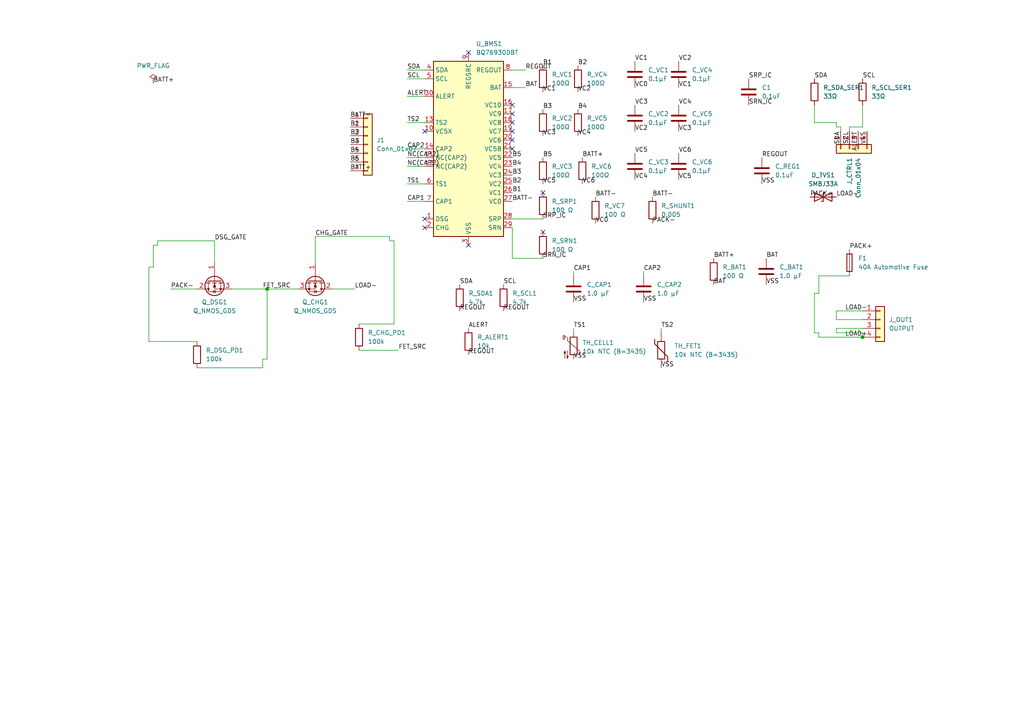
<source format=kicad_sch>
(kicad_sch
	(version 20250114)
	(generator "eeschema")
	(generator_version "9.0")
	(uuid "84a2a86b-919c-4133-b051-a3678b8cf450")
	(paper "A4")
	(lib_symbols
		(symbol "Battery_Management:BQ76930DBT"
			(exclude_from_sim no)
			(in_bom yes)
			(on_board yes)
			(property "Reference" "U"
				(at -7.62 26.67 0)
				(effects
					(font
						(size 1.27 1.27)
					)
					(justify left)
				)
			)
			(property "Value" "BQ76930DBT"
				(at 13.97 26.67 0)
				(effects
					(font
						(size 1.27 1.27)
					)
					(justify right)
				)
			)
			(property "Footprint" "Package_SO:TSSOP-30_4.4x7.8mm_P0.5mm"
				(at 22.86 -26.67 0)
				(effects
					(font
						(size 1.27 1.27)
					)
					(hide yes)
				)
			)
			(property "Datasheet" "http://www.ti.com/lit/ds/symlink/bq76930.pdf"
				(at 17.78 21.59 0)
				(effects
					(font
						(size 1.27 1.27)
					)
					(hide yes)
				)
			)
			(property "Description" "Lithium battery monitor, 6-10 cells, integrated balancing, I2C interface, TSSOP-30"
				(at 0 0 0)
				(effects
					(font
						(size 1.27 1.27)
					)
					(hide yes)
				)
			)
			(property "ki_keywords" "lithium battery balance charge afe"
				(at 0 0 0)
				(effects
					(font
						(size 1.27 1.27)
					)
					(hide yes)
				)
			)
			(property "ki_fp_filters" "TSSOP*4.4x7.8mm*P0.5mm*"
				(at 0 0 0)
				(effects
					(font
						(size 1.27 1.27)
					)
					(hide yes)
				)
			)
			(symbol "BQ76930DBT_0_1"
				(rectangle
					(start -10.16 25.4)
					(end 10.16 -25.4)
					(stroke
						(width 0.254)
						(type default)
					)
					(fill
						(type background)
					)
				)
			)
			(symbol "BQ76930DBT_1_0"
				(pin bidirectional line
					(at -12.7 15.24 0)
					(length 2.54)
					(name "ALERT"
						(effects
							(font
								(size 1.27 1.27)
							)
						)
					)
					(number "30"
						(effects
							(font
								(size 1.27 1.27)
							)
						)
					)
				)
				(pin passive line
					(at -12.7 7.62 0)
					(length 2.54)
					(name "TS2"
						(effects
							(font
								(size 1.27 1.27)
							)
						)
					)
					(number "13"
						(effects
							(font
								(size 1.27 1.27)
							)
						)
					)
				)
				(pin passive line
					(at -12.7 5.08 0)
					(length 2.54)
					(name "VC5X"
						(effects
							(font
								(size 1.27 1.27)
							)
						)
					)
					(number "10"
						(effects
							(font
								(size 1.27 1.27)
							)
						)
					)
				)
				(pin passive line
					(at -12.7 0 0)
					(length 2.54)
					(name "CAP2"
						(effects
							(font
								(size 1.27 1.27)
							)
						)
					)
					(number "14"
						(effects
							(font
								(size 1.27 1.27)
							)
						)
					)
				)
				(pin passive line
					(at -12.7 -2.54 0)
					(length 2.54)
					(name "NC(CAP2)"
						(effects
							(font
								(size 1.27 1.27)
							)
						)
					)
					(number "11"
						(effects
							(font
								(size 1.27 1.27)
							)
						)
					)
				)
				(pin passive line
					(at -12.7 -5.08 0)
					(length 2.54)
					(name "NC(CAP2)"
						(effects
							(font
								(size 1.27 1.27)
							)
						)
					)
					(number "12"
						(effects
							(font
								(size 1.27 1.27)
							)
						)
					)
				)
				(pin passive line
					(at -12.7 -10.16 0)
					(length 2.54)
					(name "TS1"
						(effects
							(font
								(size 1.27 1.27)
							)
						)
					)
					(number "6"
						(effects
							(font
								(size 1.27 1.27)
							)
						)
					)
				)
				(pin passive line
					(at -12.7 -15.24 0)
					(length 2.54)
					(name "CAP1"
						(effects
							(font
								(size 1.27 1.27)
							)
						)
					)
					(number "7"
						(effects
							(font
								(size 1.27 1.27)
							)
						)
					)
				)
				(pin power_in line
					(at 0 27.94 270)
					(length 2.54)
					(name "REGSRC"
						(effects
							(font
								(size 1.27 1.27)
							)
						)
					)
					(number "9"
						(effects
							(font
								(size 1.27 1.27)
							)
						)
					)
				)
				(pin power_out line
					(at 12.7 22.86 180)
					(length 2.54)
					(name "REGOUT"
						(effects
							(font
								(size 1.27 1.27)
							)
						)
					)
					(number "8"
						(effects
							(font
								(size 1.27 1.27)
							)
						)
					)
				)
				(pin input line
					(at 12.7 17.78 180)
					(length 2.54)
					(name "BAT"
						(effects
							(font
								(size 1.27 1.27)
							)
						)
					)
					(number "15"
						(effects
							(font
								(size 1.27 1.27)
							)
						)
					)
				)
				(pin input line
					(at 12.7 12.7 180)
					(length 2.54)
					(name "VC10"
						(effects
							(font
								(size 1.27 1.27)
							)
						)
					)
					(number "16"
						(effects
							(font
								(size 1.27 1.27)
							)
						)
					)
				)
				(pin input line
					(at 12.7 10.16 180)
					(length 2.54)
					(name "VC9"
						(effects
							(font
								(size 1.27 1.27)
							)
						)
					)
					(number "17"
						(effects
							(font
								(size 1.27 1.27)
							)
						)
					)
				)
				(pin input line
					(at 12.7 7.62 180)
					(length 2.54)
					(name "VC8"
						(effects
							(font
								(size 1.27 1.27)
							)
						)
					)
					(number "18"
						(effects
							(font
								(size 1.27 1.27)
							)
						)
					)
				)
				(pin input line
					(at 12.7 5.08 180)
					(length 2.54)
					(name "VC7"
						(effects
							(font
								(size 1.27 1.27)
							)
						)
					)
					(number "19"
						(effects
							(font
								(size 1.27 1.27)
							)
						)
					)
				)
				(pin input line
					(at 12.7 2.54 180)
					(length 2.54)
					(name "VC6"
						(effects
							(font
								(size 1.27 1.27)
							)
						)
					)
					(number "20"
						(effects
							(font
								(size 1.27 1.27)
							)
						)
					)
				)
				(pin input line
					(at 12.7 0 180)
					(length 2.54)
					(name "VC5B"
						(effects
							(font
								(size 1.27 1.27)
							)
						)
					)
					(number "21"
						(effects
							(font
								(size 1.27 1.27)
							)
						)
					)
				)
				(pin input line
					(at 12.7 -2.54 180)
					(length 2.54)
					(name "VC5"
						(effects
							(font
								(size 1.27 1.27)
							)
						)
					)
					(number "22"
						(effects
							(font
								(size 1.27 1.27)
							)
						)
					)
				)
				(pin input line
					(at 12.7 -5.08 180)
					(length 2.54)
					(name "VC4"
						(effects
							(font
								(size 1.27 1.27)
							)
						)
					)
					(number "23"
						(effects
							(font
								(size 1.27 1.27)
							)
						)
					)
				)
				(pin input line
					(at 12.7 -7.62 180)
					(length 2.54)
					(name "VC3"
						(effects
							(font
								(size 1.27 1.27)
							)
						)
					)
					(number "24"
						(effects
							(font
								(size 1.27 1.27)
							)
						)
					)
				)
				(pin input line
					(at 12.7 -10.16 180)
					(length 2.54)
					(name "VC2"
						(effects
							(font
								(size 1.27 1.27)
							)
						)
					)
					(number "25"
						(effects
							(font
								(size 1.27 1.27)
							)
						)
					)
				)
				(pin input line
					(at 12.7 -12.7 180)
					(length 2.54)
					(name "VC1"
						(effects
							(font
								(size 1.27 1.27)
							)
						)
					)
					(number "26"
						(effects
							(font
								(size 1.27 1.27)
							)
						)
					)
				)
				(pin input line
					(at 12.7 -15.24 180)
					(length 2.54)
					(name "VC0"
						(effects
							(font
								(size 1.27 1.27)
							)
						)
					)
					(number "27"
						(effects
							(font
								(size 1.27 1.27)
							)
						)
					)
				)
				(pin input line
					(at 12.7 -20.32 180)
					(length 2.54)
					(name "SRP"
						(effects
							(font
								(size 1.27 1.27)
							)
						)
					)
					(number "28"
						(effects
							(font
								(size 1.27 1.27)
							)
						)
					)
				)
				(pin input line
					(at 12.7 -22.86 180)
					(length 2.54)
					(name "SRN"
						(effects
							(font
								(size 1.27 1.27)
							)
						)
					)
					(number "29"
						(effects
							(font
								(size 1.27 1.27)
							)
						)
					)
				)
			)
			(symbol "BQ76930DBT_1_1"
				(pin bidirectional line
					(at -12.7 22.86 0)
					(length 2.54)
					(name "SDA"
						(effects
							(font
								(size 1.27 1.27)
							)
						)
					)
					(number "4"
						(effects
							(font
								(size 1.27 1.27)
							)
						)
					)
				)
				(pin input line
					(at -12.7 20.32 0)
					(length 2.54)
					(name "SCL"
						(effects
							(font
								(size 1.27 1.27)
							)
						)
					)
					(number "5"
						(effects
							(font
								(size 1.27 1.27)
							)
						)
					)
				)
				(pin output line
					(at -12.7 -20.32 0)
					(length 2.54)
					(name "DSG"
						(effects
							(font
								(size 1.27 1.27)
							)
						)
					)
					(number "1"
						(effects
							(font
								(size 1.27 1.27)
							)
						)
					)
				)
				(pin output line
					(at -12.7 -22.86 0)
					(length 2.54)
					(name "CHG"
						(effects
							(font
								(size 1.27 1.27)
							)
						)
					)
					(number "2"
						(effects
							(font
								(size 1.27 1.27)
							)
						)
					)
				)
				(pin power_in line
					(at 0 -27.94 90)
					(length 2.54)
					(name "VSS"
						(effects
							(font
								(size 1.27 1.27)
							)
						)
					)
					(number "3"
						(effects
							(font
								(size 1.27 1.27)
							)
						)
					)
				)
			)
			(embedded_fonts no)
		)
		(symbol "Connector_Generic:Conn_01x04"
			(pin_names
				(offset 1.016)
				(hide yes)
			)
			(exclude_from_sim no)
			(in_bom yes)
			(on_board yes)
			(property "Reference" "J"
				(at 0 5.08 0)
				(effects
					(font
						(size 1.27 1.27)
					)
				)
			)
			(property "Value" "Conn_01x04"
				(at 0 -7.62 0)
				(effects
					(font
						(size 1.27 1.27)
					)
				)
			)
			(property "Footprint" ""
				(at 0 0 0)
				(effects
					(font
						(size 1.27 1.27)
					)
					(hide yes)
				)
			)
			(property "Datasheet" "~"
				(at 0 0 0)
				(effects
					(font
						(size 1.27 1.27)
					)
					(hide yes)
				)
			)
			(property "Description" "Generic connector, single row, 01x04, script generated (kicad-library-utils/schlib/autogen/connector/)"
				(at 0 0 0)
				(effects
					(font
						(size 1.27 1.27)
					)
					(hide yes)
				)
			)
			(property "ki_keywords" "connector"
				(at 0 0 0)
				(effects
					(font
						(size 1.27 1.27)
					)
					(hide yes)
				)
			)
			(property "ki_fp_filters" "Connector*:*_1x??_*"
				(at 0 0 0)
				(effects
					(font
						(size 1.27 1.27)
					)
					(hide yes)
				)
			)
			(symbol "Conn_01x04_1_1"
				(rectangle
					(start -1.27 3.81)
					(end 1.27 -6.35)
					(stroke
						(width 0.254)
						(type default)
					)
					(fill
						(type background)
					)
				)
				(rectangle
					(start -1.27 2.667)
					(end 0 2.413)
					(stroke
						(width 0.1524)
						(type default)
					)
					(fill
						(type none)
					)
				)
				(rectangle
					(start -1.27 0.127)
					(end 0 -0.127)
					(stroke
						(width 0.1524)
						(type default)
					)
					(fill
						(type none)
					)
				)
				(rectangle
					(start -1.27 -2.413)
					(end 0 -2.667)
					(stroke
						(width 0.1524)
						(type default)
					)
					(fill
						(type none)
					)
				)
				(rectangle
					(start -1.27 -4.953)
					(end 0 -5.207)
					(stroke
						(width 0.1524)
						(type default)
					)
					(fill
						(type none)
					)
				)
				(pin passive line
					(at -5.08 2.54 0)
					(length 3.81)
					(name "Pin_1"
						(effects
							(font
								(size 1.27 1.27)
							)
						)
					)
					(number "1"
						(effects
							(font
								(size 1.27 1.27)
							)
						)
					)
				)
				(pin passive line
					(at -5.08 0 0)
					(length 3.81)
					(name "Pin_2"
						(effects
							(font
								(size 1.27 1.27)
							)
						)
					)
					(number "2"
						(effects
							(font
								(size 1.27 1.27)
							)
						)
					)
				)
				(pin passive line
					(at -5.08 -2.54 0)
					(length 3.81)
					(name "Pin_3"
						(effects
							(font
								(size 1.27 1.27)
							)
						)
					)
					(number "3"
						(effects
							(font
								(size 1.27 1.27)
							)
						)
					)
				)
				(pin passive line
					(at -5.08 -5.08 0)
					(length 3.81)
					(name "Pin_4"
						(effects
							(font
								(size 1.27 1.27)
							)
						)
					)
					(number "4"
						(effects
							(font
								(size 1.27 1.27)
							)
						)
					)
				)
			)
			(embedded_fonts no)
		)
		(symbol "Connector_Generic:Conn_01x07"
			(pin_names
				(offset 1.016)
				(hide yes)
			)
			(exclude_from_sim no)
			(in_bom yes)
			(on_board yes)
			(property "Reference" "J"
				(at 0 10.16 0)
				(effects
					(font
						(size 1.27 1.27)
					)
				)
			)
			(property "Value" "Conn_01x07"
				(at 0 -10.16 0)
				(effects
					(font
						(size 1.27 1.27)
					)
				)
			)
			(property "Footprint" ""
				(at 0 0 0)
				(effects
					(font
						(size 1.27 1.27)
					)
					(hide yes)
				)
			)
			(property "Datasheet" "~"
				(at 0 0 0)
				(effects
					(font
						(size 1.27 1.27)
					)
					(hide yes)
				)
			)
			(property "Description" "Generic connector, single row, 01x07, script generated (kicad-library-utils/schlib/autogen/connector/)"
				(at 0 0 0)
				(effects
					(font
						(size 1.27 1.27)
					)
					(hide yes)
				)
			)
			(property "ki_keywords" "connector"
				(at 0 0 0)
				(effects
					(font
						(size 1.27 1.27)
					)
					(hide yes)
				)
			)
			(property "ki_fp_filters" "Connector*:*_1x??_*"
				(at 0 0 0)
				(effects
					(font
						(size 1.27 1.27)
					)
					(hide yes)
				)
			)
			(symbol "Conn_01x07_1_1"
				(rectangle
					(start -1.27 8.89)
					(end 1.27 -8.89)
					(stroke
						(width 0.254)
						(type default)
					)
					(fill
						(type background)
					)
				)
				(rectangle
					(start -1.27 7.747)
					(end 0 7.493)
					(stroke
						(width 0.1524)
						(type default)
					)
					(fill
						(type none)
					)
				)
				(rectangle
					(start -1.27 5.207)
					(end 0 4.953)
					(stroke
						(width 0.1524)
						(type default)
					)
					(fill
						(type none)
					)
				)
				(rectangle
					(start -1.27 2.667)
					(end 0 2.413)
					(stroke
						(width 0.1524)
						(type default)
					)
					(fill
						(type none)
					)
				)
				(rectangle
					(start -1.27 0.127)
					(end 0 -0.127)
					(stroke
						(width 0.1524)
						(type default)
					)
					(fill
						(type none)
					)
				)
				(rectangle
					(start -1.27 -2.413)
					(end 0 -2.667)
					(stroke
						(width 0.1524)
						(type default)
					)
					(fill
						(type none)
					)
				)
				(rectangle
					(start -1.27 -4.953)
					(end 0 -5.207)
					(stroke
						(width 0.1524)
						(type default)
					)
					(fill
						(type none)
					)
				)
				(rectangle
					(start -1.27 -7.493)
					(end 0 -7.747)
					(stroke
						(width 0.1524)
						(type default)
					)
					(fill
						(type none)
					)
				)
				(pin passive line
					(at -5.08 7.62 0)
					(length 3.81)
					(name "Pin_1"
						(effects
							(font
								(size 1.27 1.27)
							)
						)
					)
					(number "1"
						(effects
							(font
								(size 1.27 1.27)
							)
						)
					)
				)
				(pin passive line
					(at -5.08 5.08 0)
					(length 3.81)
					(name "Pin_2"
						(effects
							(font
								(size 1.27 1.27)
							)
						)
					)
					(number "2"
						(effects
							(font
								(size 1.27 1.27)
							)
						)
					)
				)
				(pin passive line
					(at -5.08 2.54 0)
					(length 3.81)
					(name "Pin_3"
						(effects
							(font
								(size 1.27 1.27)
							)
						)
					)
					(number "3"
						(effects
							(font
								(size 1.27 1.27)
							)
						)
					)
				)
				(pin passive line
					(at -5.08 0 0)
					(length 3.81)
					(name "Pin_4"
						(effects
							(font
								(size 1.27 1.27)
							)
						)
					)
					(number "4"
						(effects
							(font
								(size 1.27 1.27)
							)
						)
					)
				)
				(pin passive line
					(at -5.08 -2.54 0)
					(length 3.81)
					(name "Pin_5"
						(effects
							(font
								(size 1.27 1.27)
							)
						)
					)
					(number "5"
						(effects
							(font
								(size 1.27 1.27)
							)
						)
					)
				)
				(pin passive line
					(at -5.08 -5.08 0)
					(length 3.81)
					(name "Pin_6"
						(effects
							(font
								(size 1.27 1.27)
							)
						)
					)
					(number "6"
						(effects
							(font
								(size 1.27 1.27)
							)
						)
					)
				)
				(pin passive line
					(at -5.08 -7.62 0)
					(length 3.81)
					(name "Pin_7"
						(effects
							(font
								(size 1.27 1.27)
							)
						)
					)
					(number "7"
						(effects
							(font
								(size 1.27 1.27)
							)
						)
					)
				)
			)
			(embedded_fonts no)
		)
		(symbol "Device:C"
			(pin_numbers
				(hide yes)
			)
			(pin_names
				(offset 0.254)
			)
			(exclude_from_sim no)
			(in_bom yes)
			(on_board yes)
			(property "Reference" "C"
				(at 0.635 2.54 0)
				(effects
					(font
						(size 1.27 1.27)
					)
					(justify left)
				)
			)
			(property "Value" "C"
				(at 0.635 -2.54 0)
				(effects
					(font
						(size 1.27 1.27)
					)
					(justify left)
				)
			)
			(property "Footprint" ""
				(at 0.9652 -3.81 0)
				(effects
					(font
						(size 1.27 1.27)
					)
					(hide yes)
				)
			)
			(property "Datasheet" "~"
				(at 0 0 0)
				(effects
					(font
						(size 1.27 1.27)
					)
					(hide yes)
				)
			)
			(property "Description" "Unpolarized capacitor"
				(at 0 0 0)
				(effects
					(font
						(size 1.27 1.27)
					)
					(hide yes)
				)
			)
			(property "ki_keywords" "cap capacitor"
				(at 0 0 0)
				(effects
					(font
						(size 1.27 1.27)
					)
					(hide yes)
				)
			)
			(property "ki_fp_filters" "C_*"
				(at 0 0 0)
				(effects
					(font
						(size 1.27 1.27)
					)
					(hide yes)
				)
			)
			(symbol "C_0_1"
				(polyline
					(pts
						(xy -2.032 0.762) (xy 2.032 0.762)
					)
					(stroke
						(width 0.508)
						(type default)
					)
					(fill
						(type none)
					)
				)
				(polyline
					(pts
						(xy -2.032 -0.762) (xy 2.032 -0.762)
					)
					(stroke
						(width 0.508)
						(type default)
					)
					(fill
						(type none)
					)
				)
			)
			(symbol "C_1_1"
				(pin passive line
					(at 0 3.81 270)
					(length 2.794)
					(name "~"
						(effects
							(font
								(size 1.27 1.27)
							)
						)
					)
					(number "1"
						(effects
							(font
								(size 1.27 1.27)
							)
						)
					)
				)
				(pin passive line
					(at 0 -3.81 90)
					(length 2.794)
					(name "~"
						(effects
							(font
								(size 1.27 1.27)
							)
						)
					)
					(number "2"
						(effects
							(font
								(size 1.27 1.27)
							)
						)
					)
				)
			)
			(embedded_fonts no)
		)
		(symbol "Device:D_TVS"
			(pin_numbers
				(hide yes)
			)
			(pin_names
				(offset 1.016)
				(hide yes)
			)
			(exclude_from_sim no)
			(in_bom yes)
			(on_board yes)
			(property "Reference" "D"
				(at 0 2.54 0)
				(effects
					(font
						(size 1.27 1.27)
					)
				)
			)
			(property "Value" "D_TVS"
				(at 0 -2.54 0)
				(effects
					(font
						(size 1.27 1.27)
					)
				)
			)
			(property "Footprint" ""
				(at 0 0 0)
				(effects
					(font
						(size 1.27 1.27)
					)
					(hide yes)
				)
			)
			(property "Datasheet" "~"
				(at 0 0 0)
				(effects
					(font
						(size 1.27 1.27)
					)
					(hide yes)
				)
			)
			(property "Description" "Bidirectional transient-voltage-suppression diode"
				(at 0 0 0)
				(effects
					(font
						(size 1.27 1.27)
					)
					(hide yes)
				)
			)
			(property "ki_keywords" "diode TVS thyrector"
				(at 0 0 0)
				(effects
					(font
						(size 1.27 1.27)
					)
					(hide yes)
				)
			)
			(property "ki_fp_filters" "TO-???* *_Diode_* *SingleDiode* D_*"
				(at 0 0 0)
				(effects
					(font
						(size 1.27 1.27)
					)
					(hide yes)
				)
			)
			(symbol "D_TVS_0_1"
				(polyline
					(pts
						(xy -2.54 1.27) (xy -2.54 -1.27) (xy 2.54 1.27) (xy 2.54 -1.27) (xy -2.54 1.27)
					)
					(stroke
						(width 0.254)
						(type default)
					)
					(fill
						(type none)
					)
				)
				(polyline
					(pts
						(xy 0.508 1.27) (xy 0 1.27) (xy 0 -1.27) (xy -0.508 -1.27)
					)
					(stroke
						(width 0.254)
						(type default)
					)
					(fill
						(type none)
					)
				)
				(polyline
					(pts
						(xy 1.27 0) (xy -1.27 0)
					)
					(stroke
						(width 0)
						(type default)
					)
					(fill
						(type none)
					)
				)
			)
			(symbol "D_TVS_1_1"
				(pin passive line
					(at -3.81 0 0)
					(length 2.54)
					(name "A1"
						(effects
							(font
								(size 1.27 1.27)
							)
						)
					)
					(number "1"
						(effects
							(font
								(size 1.27 1.27)
							)
						)
					)
				)
				(pin passive line
					(at 3.81 0 180)
					(length 2.54)
					(name "A2"
						(effects
							(font
								(size 1.27 1.27)
							)
						)
					)
					(number "2"
						(effects
							(font
								(size 1.27 1.27)
							)
						)
					)
				)
			)
			(embedded_fonts no)
		)
		(symbol "Device:Fuse"
			(pin_numbers
				(hide yes)
			)
			(pin_names
				(offset 0)
			)
			(exclude_from_sim no)
			(in_bom yes)
			(on_board yes)
			(property "Reference" "F"
				(at 2.032 0 90)
				(effects
					(font
						(size 1.27 1.27)
					)
				)
			)
			(property "Value" "Fuse"
				(at -1.905 0 90)
				(effects
					(font
						(size 1.27 1.27)
					)
				)
			)
			(property "Footprint" ""
				(at -1.778 0 90)
				(effects
					(font
						(size 1.27 1.27)
					)
					(hide yes)
				)
			)
			(property "Datasheet" "~"
				(at 0 0 0)
				(effects
					(font
						(size 1.27 1.27)
					)
					(hide yes)
				)
			)
			(property "Description" "Fuse"
				(at 0 0 0)
				(effects
					(font
						(size 1.27 1.27)
					)
					(hide yes)
				)
			)
			(property "ki_keywords" "fuse"
				(at 0 0 0)
				(effects
					(font
						(size 1.27 1.27)
					)
					(hide yes)
				)
			)
			(property "ki_fp_filters" "*Fuse*"
				(at 0 0 0)
				(effects
					(font
						(size 1.27 1.27)
					)
					(hide yes)
				)
			)
			(symbol "Fuse_0_1"
				(rectangle
					(start -0.762 -2.54)
					(end 0.762 2.54)
					(stroke
						(width 0.254)
						(type default)
					)
					(fill
						(type none)
					)
				)
				(polyline
					(pts
						(xy 0 2.54) (xy 0 -2.54)
					)
					(stroke
						(width 0)
						(type default)
					)
					(fill
						(type none)
					)
				)
			)
			(symbol "Fuse_1_1"
				(pin passive line
					(at 0 3.81 270)
					(length 1.27)
					(name "~"
						(effects
							(font
								(size 1.27 1.27)
							)
						)
					)
					(number "1"
						(effects
							(font
								(size 1.27 1.27)
							)
						)
					)
				)
				(pin passive line
					(at 0 -3.81 90)
					(length 1.27)
					(name "~"
						(effects
							(font
								(size 1.27 1.27)
							)
						)
					)
					(number "2"
						(effects
							(font
								(size 1.27 1.27)
							)
						)
					)
				)
			)
			(embedded_fonts no)
		)
		(symbol "Device:R"
			(pin_numbers
				(hide yes)
			)
			(pin_names
				(offset 0)
			)
			(exclude_from_sim no)
			(in_bom yes)
			(on_board yes)
			(property "Reference" "R"
				(at 2.032 0 90)
				(effects
					(font
						(size 1.27 1.27)
					)
				)
			)
			(property "Value" "R"
				(at 0 0 90)
				(effects
					(font
						(size 1.27 1.27)
					)
				)
			)
			(property "Footprint" ""
				(at -1.778 0 90)
				(effects
					(font
						(size 1.27 1.27)
					)
					(hide yes)
				)
			)
			(property "Datasheet" "~"
				(at 0 0 0)
				(effects
					(font
						(size 1.27 1.27)
					)
					(hide yes)
				)
			)
			(property "Description" "Resistor"
				(at 0 0 0)
				(effects
					(font
						(size 1.27 1.27)
					)
					(hide yes)
				)
			)
			(property "ki_keywords" "R res resistor"
				(at 0 0 0)
				(effects
					(font
						(size 1.27 1.27)
					)
					(hide yes)
				)
			)
			(property "ki_fp_filters" "R_*"
				(at 0 0 0)
				(effects
					(font
						(size 1.27 1.27)
					)
					(hide yes)
				)
			)
			(symbol "R_0_1"
				(rectangle
					(start -1.016 -2.54)
					(end 1.016 2.54)
					(stroke
						(width 0.254)
						(type default)
					)
					(fill
						(type none)
					)
				)
			)
			(symbol "R_1_1"
				(pin passive line
					(at 0 3.81 270)
					(length 1.27)
					(name "~"
						(effects
							(font
								(size 1.27 1.27)
							)
						)
					)
					(number "1"
						(effects
							(font
								(size 1.27 1.27)
							)
						)
					)
				)
				(pin passive line
					(at 0 -3.81 90)
					(length 1.27)
					(name "~"
						(effects
							(font
								(size 1.27 1.27)
							)
						)
					)
					(number "2"
						(effects
							(font
								(size 1.27 1.27)
							)
						)
					)
				)
			)
			(embedded_fonts no)
		)
		(symbol "Device:Thermistor"
			(pin_numbers
				(hide yes)
			)
			(pin_names
				(offset 0)
			)
			(exclude_from_sim no)
			(in_bom yes)
			(on_board yes)
			(property "Reference" "TH"
				(at 2.54 1.27 90)
				(effects
					(font
						(size 1.27 1.27)
					)
				)
			)
			(property "Value" "Thermistor"
				(at -2.54 0 90)
				(effects
					(font
						(size 1.27 1.27)
					)
					(justify bottom)
				)
			)
			(property "Footprint" ""
				(at 0 0 0)
				(effects
					(font
						(size 1.27 1.27)
					)
					(hide yes)
				)
			)
			(property "Datasheet" "~"
				(at 0 0 0)
				(effects
					(font
						(size 1.27 1.27)
					)
					(hide yes)
				)
			)
			(property "Description" "Temperature dependent resistor"
				(at 0 0 0)
				(effects
					(font
						(size 1.27 1.27)
					)
					(hide yes)
				)
			)
			(property "ki_keywords" "R res thermistor"
				(at 0 0 0)
				(effects
					(font
						(size 1.27 1.27)
					)
					(hide yes)
				)
			)
			(property "ki_fp_filters" "R_* RV_*"
				(at 0 0 0)
				(effects
					(font
						(size 1.27 1.27)
					)
					(hide yes)
				)
			)
			(symbol "Thermistor_0_1"
				(polyline
					(pts
						(xy -1.905 3.175) (xy -1.905 1.905) (xy 1.905 -1.905) (xy 1.905 -3.175)
					)
					(stroke
						(width 0.254)
						(type default)
					)
					(fill
						(type none)
					)
				)
			)
			(symbol "Thermistor_1_1"
				(rectangle
					(start -1.016 2.54)
					(end 1.016 -2.54)
					(stroke
						(width 0.254)
						(type solid)
					)
					(fill
						(type none)
					)
				)
				(pin passive line
					(at 0 5.08 270)
					(length 2.54)
					(name "~"
						(effects
							(font
								(size 1.27 1.27)
							)
						)
					)
					(number "1"
						(effects
							(font
								(size 1.27 1.27)
							)
						)
					)
				)
				(pin passive line
					(at 0 -5.08 90)
					(length 2.54)
					(name "~"
						(effects
							(font
								(size 1.27 1.27)
							)
						)
					)
					(number "2"
						(effects
							(font
								(size 1.27 1.27)
							)
						)
					)
				)
			)
			(embedded_fonts no)
		)
		(symbol "Device:Thermistor_NTC"
			(pin_numbers
				(hide yes)
			)
			(pin_names
				(offset 0)
			)
			(exclude_from_sim no)
			(in_bom yes)
			(on_board yes)
			(property "Reference" "TH"
				(at -4.445 0 90)
				(effects
					(font
						(size 1.27 1.27)
					)
				)
			)
			(property "Value" "Thermistor_NTC"
				(at 3.175 0 90)
				(effects
					(font
						(size 1.27 1.27)
					)
				)
			)
			(property "Footprint" ""
				(at 0 1.27 0)
				(effects
					(font
						(size 1.27 1.27)
					)
					(hide yes)
				)
			)
			(property "Datasheet" "~"
				(at 0 1.27 0)
				(effects
					(font
						(size 1.27 1.27)
					)
					(hide yes)
				)
			)
			(property "Description" "Temperature dependent resistor, negative temperature coefficient"
				(at 0 0 0)
				(effects
					(font
						(size 1.27 1.27)
					)
					(hide yes)
				)
			)
			(property "ki_keywords" "thermistor NTC resistor sensor RTD"
				(at 0 0 0)
				(effects
					(font
						(size 1.27 1.27)
					)
					(hide yes)
				)
			)
			(property "ki_fp_filters" "R_* RV_*"
				(at 0 0 0)
				(effects
					(font
						(size 1.27 1.27)
					)
					(hide yes)
				)
			)
			(symbol "Thermistor_NTC_0_1"
				(arc
					(start -3.175 2.413)
					(mid -3.0506 2.3165)
					(end -3.048 2.159)
					(stroke
						(width 0)
						(type default)
					)
					(fill
						(type none)
					)
				)
				(arc
					(start -3.048 2.794)
					(mid -2.9736 2.9736)
					(end -2.794 3.048)
					(stroke
						(width 0)
						(type default)
					)
					(fill
						(type none)
					)
				)
				(arc
					(start -2.794 3.048)
					(mid -2.6144 2.9736)
					(end -2.54 2.794)
					(stroke
						(width 0)
						(type default)
					)
					(fill
						(type none)
					)
				)
				(arc
					(start -2.794 2.54)
					(mid -2.9736 2.6144)
					(end -3.048 2.794)
					(stroke
						(width 0)
						(type default)
					)
					(fill
						(type none)
					)
				)
				(arc
					(start -2.794 1.905)
					(mid -2.9736 1.9794)
					(end -3.048 2.159)
					(stroke
						(width 0)
						(type default)
					)
					(fill
						(type none)
					)
				)
				(arc
					(start -2.54 2.159)
					(mid -2.6144 1.9794)
					(end -2.794 1.905)
					(stroke
						(width 0)
						(type default)
					)
					(fill
						(type none)
					)
				)
				(arc
					(start -2.159 2.794)
					(mid -2.434 2.5608)
					(end -2.794 2.54)
					(stroke
						(width 0)
						(type default)
					)
					(fill
						(type none)
					)
				)
				(polyline
					(pts
						(xy -2.54 2.159) (xy -2.54 2.794)
					)
					(stroke
						(width 0)
						(type default)
					)
					(fill
						(type none)
					)
				)
				(polyline
					(pts
						(xy -2.54 -3.683) (xy -2.54 -1.397) (xy -2.794 -2.159) (xy -2.286 -2.159) (xy -2.54 -1.397) (xy -2.54 -1.651)
					)
					(stroke
						(width 0)
						(type default)
					)
					(fill
						(type outline)
					)
				)
				(polyline
					(pts
						(xy -1.778 2.54) (xy -1.778 1.524) (xy 1.778 -1.524) (xy 1.778 -2.54)
					)
					(stroke
						(width 0)
						(type default)
					)
					(fill
						(type none)
					)
				)
				(polyline
					(pts
						(xy -1.778 -1.397) (xy -1.778 -3.683) (xy -2.032 -2.921) (xy -1.524 -2.921) (xy -1.778 -3.683)
						(xy -1.778 -3.429)
					)
					(stroke
						(width 0)
						(type default)
					)
					(fill
						(type outline)
					)
				)
				(rectangle
					(start -1.016 2.54)
					(end 1.016 -2.54)
					(stroke
						(width 0.254)
						(type default)
					)
					(fill
						(type none)
					)
				)
			)
			(symbol "Thermistor_NTC_1_1"
				(pin passive line
					(at 0 3.81 270)
					(length 1.27)
					(name "~"
						(effects
							(font
								(size 1.27 1.27)
							)
						)
					)
					(number "1"
						(effects
							(font
								(size 1.27 1.27)
							)
						)
					)
				)
				(pin passive line
					(at 0 -3.81 90)
					(length 1.27)
					(name "~"
						(effects
							(font
								(size 1.27 1.27)
							)
						)
					)
					(number "2"
						(effects
							(font
								(size 1.27 1.27)
							)
						)
					)
				)
			)
			(embedded_fonts no)
		)
		(symbol "Transistor_FET:Q_NMOS_GDS"
			(pin_names
				(offset 0)
				(hide yes)
			)
			(exclude_from_sim no)
			(in_bom yes)
			(on_board yes)
			(property "Reference" "Q"
				(at 5.08 1.905 0)
				(effects
					(font
						(size 1.27 1.27)
					)
					(justify left)
				)
			)
			(property "Value" "Q_NMOS_GDS"
				(at 5.08 0 0)
				(effects
					(font
						(size 1.27 1.27)
					)
					(justify left)
				)
			)
			(property "Footprint" ""
				(at 5.08 2.54 0)
				(effects
					(font
						(size 1.27 1.27)
					)
					(hide yes)
				)
			)
			(property "Datasheet" "~"
				(at 0 0 0)
				(effects
					(font
						(size 1.27 1.27)
					)
					(hide yes)
				)
			)
			(property "Description" "N-MOSFET transistor, gate/drain/source"
				(at 0 0 0)
				(effects
					(font
						(size 1.27 1.27)
					)
					(hide yes)
				)
			)
			(property "ki_keywords" "transistor NMOS N-MOS N-MOSFET"
				(at 0 0 0)
				(effects
					(font
						(size 1.27 1.27)
					)
					(hide yes)
				)
			)
			(symbol "Q_NMOS_GDS_0_1"
				(polyline
					(pts
						(xy 0.254 1.905) (xy 0.254 -1.905)
					)
					(stroke
						(width 0.254)
						(type default)
					)
					(fill
						(type none)
					)
				)
				(polyline
					(pts
						(xy 0.254 0) (xy -2.54 0)
					)
					(stroke
						(width 0)
						(type default)
					)
					(fill
						(type none)
					)
				)
				(polyline
					(pts
						(xy 0.762 2.286) (xy 0.762 1.27)
					)
					(stroke
						(width 0.254)
						(type default)
					)
					(fill
						(type none)
					)
				)
				(polyline
					(pts
						(xy 0.762 0.508) (xy 0.762 -0.508)
					)
					(stroke
						(width 0.254)
						(type default)
					)
					(fill
						(type none)
					)
				)
				(polyline
					(pts
						(xy 0.762 -1.27) (xy 0.762 -2.286)
					)
					(stroke
						(width 0.254)
						(type default)
					)
					(fill
						(type none)
					)
				)
				(polyline
					(pts
						(xy 0.762 -1.778) (xy 3.302 -1.778) (xy 3.302 1.778) (xy 0.762 1.778)
					)
					(stroke
						(width 0)
						(type default)
					)
					(fill
						(type none)
					)
				)
				(polyline
					(pts
						(xy 1.016 0) (xy 2.032 0.381) (xy 2.032 -0.381) (xy 1.016 0)
					)
					(stroke
						(width 0)
						(type default)
					)
					(fill
						(type outline)
					)
				)
				(circle
					(center 1.651 0)
					(radius 2.794)
					(stroke
						(width 0.254)
						(type default)
					)
					(fill
						(type none)
					)
				)
				(polyline
					(pts
						(xy 2.54 2.54) (xy 2.54 1.778)
					)
					(stroke
						(width 0)
						(type default)
					)
					(fill
						(type none)
					)
				)
				(circle
					(center 2.54 1.778)
					(radius 0.254)
					(stroke
						(width 0)
						(type default)
					)
					(fill
						(type outline)
					)
				)
				(circle
					(center 2.54 -1.778)
					(radius 0.254)
					(stroke
						(width 0)
						(type default)
					)
					(fill
						(type outline)
					)
				)
				(polyline
					(pts
						(xy 2.54 -2.54) (xy 2.54 0) (xy 0.762 0)
					)
					(stroke
						(width 0)
						(type default)
					)
					(fill
						(type none)
					)
				)
				(polyline
					(pts
						(xy 2.921 0.381) (xy 3.683 0.381)
					)
					(stroke
						(width 0)
						(type default)
					)
					(fill
						(type none)
					)
				)
				(polyline
					(pts
						(xy 3.302 0.381) (xy 2.921 -0.254) (xy 3.683 -0.254) (xy 3.302 0.381)
					)
					(stroke
						(width 0)
						(type default)
					)
					(fill
						(type none)
					)
				)
			)
			(symbol "Q_NMOS_GDS_1_1"
				(pin input line
					(at -5.08 0 0)
					(length 2.54)
					(name "G"
						(effects
							(font
								(size 1.27 1.27)
							)
						)
					)
					(number "1"
						(effects
							(font
								(size 1.27 1.27)
							)
						)
					)
				)
				(pin passive line
					(at 2.54 5.08 270)
					(length 2.54)
					(name "D"
						(effects
							(font
								(size 1.27 1.27)
							)
						)
					)
					(number "2"
						(effects
							(font
								(size 1.27 1.27)
							)
						)
					)
				)
				(pin passive line
					(at 2.54 -5.08 90)
					(length 2.54)
					(name "S"
						(effects
							(font
								(size 1.27 1.27)
							)
						)
					)
					(number "3"
						(effects
							(font
								(size 1.27 1.27)
							)
						)
					)
				)
			)
			(embedded_fonts no)
		)
		(symbol "power:PWR_FLAG"
			(power)
			(pin_numbers
				(hide yes)
			)
			(pin_names
				(offset 0)
				(hide yes)
			)
			(exclude_from_sim no)
			(in_bom yes)
			(on_board yes)
			(property "Reference" "#FLG"
				(at 0 1.905 0)
				(effects
					(font
						(size 1.27 1.27)
					)
					(hide yes)
				)
			)
			(property "Value" "PWR_FLAG"
				(at 0 3.81 0)
				(effects
					(font
						(size 1.27 1.27)
					)
				)
			)
			(property "Footprint" ""
				(at 0 0 0)
				(effects
					(font
						(size 1.27 1.27)
					)
					(hide yes)
				)
			)
			(property "Datasheet" "~"
				(at 0 0 0)
				(effects
					(font
						(size 1.27 1.27)
					)
					(hide yes)
				)
			)
			(property "Description" "Special symbol for telling ERC where power comes from"
				(at 0 0 0)
				(effects
					(font
						(size 1.27 1.27)
					)
					(hide yes)
				)
			)
			(property "ki_keywords" "flag power"
				(at 0 0 0)
				(effects
					(font
						(size 1.27 1.27)
					)
					(hide yes)
				)
			)
			(symbol "PWR_FLAG_0_0"
				(pin power_out line
					(at 0 0 90)
					(length 0)
					(name "~"
						(effects
							(font
								(size 1.27 1.27)
							)
						)
					)
					(number "1"
						(effects
							(font
								(size 1.27 1.27)
							)
						)
					)
				)
			)
			(symbol "PWR_FLAG_0_1"
				(polyline
					(pts
						(xy 0 0) (xy 0 1.27) (xy -1.016 1.905) (xy 0 2.54) (xy 1.016 1.905) (xy 0 1.27)
					)
					(stroke
						(width 0)
						(type default)
					)
					(fill
						(type none)
					)
				)
			)
			(embedded_fonts no)
		)
	)
	(junction
		(at 250.19 97.79)
		(diameter 0)
		(color 0 0 0 0)
		(uuid "4c486d3f-1913-441f-88dc-2413660d7f92")
	)
	(junction
		(at 77.47 83.82)
		(diameter 0)
		(color 0 0 0 0)
		(uuid "f648264a-fd42-4091-8b47-f8dca14acd2e")
	)
	(no_connect
		(at 157.48 55.88)
		(uuid "2d3d7aea-8a3c-4390-a079-5ae7dd6602fe")
	)
	(no_connect
		(at 148.59 35.56)
		(uuid "2ff3d422-595a-4097-aa02-d8c694c381d5")
	)
	(no_connect
		(at 148.59 33.02)
		(uuid "43df051e-a71f-4264-a779-e20ba6becc13")
	)
	(no_connect
		(at 148.59 43.18)
		(uuid "4781a26d-fbbc-473d-83dd-4d1a3deb2d69")
	)
	(no_connect
		(at 123.19 66.04)
		(uuid "50e02d3c-8bff-4b5e-b8b0-854203afabbb")
	)
	(no_connect
		(at 148.59 30.48)
		(uuid "6102d54d-14f2-4686-a1c4-385cf3055c93")
	)
	(no_connect
		(at 123.19 63.5)
		(uuid "6a2abd40-19cc-47e7-abce-0fca7165cdd3")
	)
	(no_connect
		(at 148.59 40.64)
		(uuid "7c8b30c8-df90-4cea-8b60-8fd09c1ddf47")
	)
	(no_connect
		(at 157.48 67.31)
		(uuid "7f1f325a-d5c2-4c2c-b018-d48cd7ecef4a")
	)
	(no_connect
		(at 135.89 71.12)
		(uuid "950fdb45-61a2-4403-9fcc-a89a4e5d3b6e")
	)
	(no_connect
		(at 135.89 15.24)
		(uuid "afaa2e5d-802c-478e-b955-63040cc469a3")
	)
	(no_connect
		(at 148.59 38.1)
		(uuid "ea4eb83d-cd7b-494d-8c18-f51743bd7b41")
	)
	(no_connect
		(at 123.19 38.1)
		(uuid "f109efd7-d2ae-4b93-a914-d558594461a3")
	)
	(wire
		(pts
			(xy 57.15 106.68) (xy 76.2 106.68)
		)
		(stroke
			(width 0)
			(type default)
		)
		(uuid "0282024b-8629-4ff8-8e6d-05a2e8d6c767")
	)
	(wire
		(pts
			(xy 191.77 95.25) (xy 191.77 96.52)
		)
		(stroke
			(width 0)
			(type default)
		)
		(uuid "03879117-83e6-47de-bb5d-cb8621f442aa")
	)
	(wire
		(pts
			(xy 77.47 83.82) (xy 86.36 83.82)
		)
		(stroke
			(width 0)
			(type default)
		)
		(uuid "04134409-e854-463b-8504-eb1b6f8c49f0")
	)
	(wire
		(pts
			(xy 77.47 83.82) (xy 77.47 104.14)
		)
		(stroke
			(width 0)
			(type default)
		)
		(uuid "0d3b988a-f2b3-40f0-87b1-01229998f890")
	)
	(wire
		(pts
			(xy 104.14 101.6) (xy 115.57 101.6)
		)
		(stroke
			(width 0)
			(type default)
		)
		(uuid "0dce193b-2385-45fa-aa7a-e3d36182d490")
	)
	(wire
		(pts
			(xy 44.45 71.12) (xy 44.45 77.47)
		)
		(stroke
			(width 0)
			(type default)
		)
		(uuid "0f06159c-5dbf-40b6-afa6-2f1b0c9ed380")
	)
	(wire
		(pts
			(xy 45.72 71.12) (xy 44.45 71.12)
		)
		(stroke
			(width 0)
			(type default)
		)
		(uuid "268ac720-0e2f-49da-b6cc-d45f0b401480")
	)
	(wire
		(pts
			(xy 242.57 90.17) (xy 250.19 90.17)
		)
		(stroke
			(width 0)
			(type default)
		)
		(uuid "2ca9e6f8-0522-4be4-979d-0855ea5e3628")
	)
	(wire
		(pts
			(xy 242.57 95.25) (xy 242.57 96.52)
		)
		(stroke
			(width 0)
			(type default)
		)
		(uuid "2e588276-75dd-4593-a785-9e665f2ef29b")
	)
	(wire
		(pts
			(xy 118.11 53.34) (xy 123.19 53.34)
		)
		(stroke
			(width 0)
			(type default)
		)
		(uuid "2fd125bc-8b7f-4062-ab38-efcf6fd581de")
	)
	(wire
		(pts
			(xy 45.72 69.85) (xy 62.23 69.85)
		)
		(stroke
			(width 0)
			(type default)
		)
		(uuid "30e7093f-8e9b-4095-bca7-0f5736aad3f6")
	)
	(wire
		(pts
			(xy 148.59 63.5) (xy 157.48 63.5)
		)
		(stroke
			(width 0)
			(type default)
		)
		(uuid "31a5fe79-7c84-4eff-8163-826b62d52ace")
	)
	(wire
		(pts
			(xy 118.11 20.32) (xy 123.19 20.32)
		)
		(stroke
			(width 0)
			(type default)
		)
		(uuid "33bbb810-d77d-400d-b686-c9c220fe2691")
	)
	(wire
		(pts
			(xy 148.59 66.04) (xy 148.59 74.93)
		)
		(stroke
			(width 0)
			(type default)
		)
		(uuid "36dc5d86-02d6-4cec-a312-fdb37711b4d9")
	)
	(wire
		(pts
			(xy 118.11 27.94) (xy 123.19 27.94)
		)
		(stroke
			(width 0)
			(type default)
		)
		(uuid "3953357e-f13f-4e69-b498-dda243198af8")
	)
	(wire
		(pts
			(xy 62.23 69.85) (xy 62.23 76.2)
		)
		(stroke
			(width 0)
			(type default)
		)
		(uuid "44425ae2-1ecc-4429-b022-6dfe4d14a682")
	)
	(wire
		(pts
			(xy 118.11 58.42) (xy 123.19 58.42)
		)
		(stroke
			(width 0)
			(type default)
		)
		(uuid "45e371b4-5e21-42f5-b0c9-99783f0e8629")
	)
	(wire
		(pts
			(xy 76.2 104.14) (xy 77.47 104.14)
		)
		(stroke
			(width 0)
			(type default)
		)
		(uuid "4d87b593-72bb-4990-a901-9bac52624d1a")
	)
	(wire
		(pts
			(xy 91.44 68.58) (xy 113.03 68.58)
		)
		(stroke
			(width 0)
			(type default)
		)
		(uuid "4de4eefc-293d-4683-b626-b2f203ec090d")
	)
	(wire
		(pts
			(xy 242.57 96.52) (xy 250.19 96.52)
		)
		(stroke
			(width 0)
			(type default)
		)
		(uuid "505df632-91e0-4d7b-bad0-3eaf4bee3051")
	)
	(wire
		(pts
			(xy 242.57 95.25) (xy 250.19 95.25)
		)
		(stroke
			(width 0)
			(type default)
		)
		(uuid "5ac23c54-e97f-4622-8b92-f1f068619a2d")
	)
	(wire
		(pts
			(xy 118.11 48.26) (xy 123.19 48.26)
		)
		(stroke
			(width 0)
			(type default)
		)
		(uuid "5e156dfc-7734-423e-a204-b829a6db9f61")
	)
	(wire
		(pts
			(xy 236.22 30.48) (xy 236.22 35.56)
		)
		(stroke
			(width 0)
			(type default)
		)
		(uuid "5ee0829a-1a11-4bb1-97b3-e2279b6f6963")
	)
	(wire
		(pts
			(xy 243.84 36.83) (xy 243.84 38.1)
		)
		(stroke
			(width 0)
			(type default)
		)
		(uuid "60c2e023-f797-46c6-b003-e8c62f98f7b6")
	)
	(wire
		(pts
			(xy 114.3 69.85) (xy 114.3 93.98)
		)
		(stroke
			(width 0)
			(type default)
		)
		(uuid "63df9795-3130-4402-95e8-31fa9ecfd467")
	)
	(wire
		(pts
			(xy 104.14 93.98) (xy 114.3 93.98)
		)
		(stroke
			(width 0)
			(type default)
		)
		(uuid "66bac5f6-d486-4eea-9008-456ae1bc39f8")
	)
	(wire
		(pts
			(xy 148.59 25.4) (xy 152.4 25.4)
		)
		(stroke
			(width 0)
			(type default)
		)
		(uuid "6c315158-8cf4-41b7-86f0-73c851e9e53e")
	)
	(wire
		(pts
			(xy 242.57 35.56) (xy 242.57 36.83)
		)
		(stroke
			(width 0)
			(type default)
		)
		(uuid "6dedd6c2-299f-474e-a48f-fa33dade54fd")
	)
	(wire
		(pts
			(xy 118.11 43.18) (xy 123.19 43.18)
		)
		(stroke
			(width 0)
			(type default)
		)
		(uuid "6e81e5a6-0c1f-40f0-b6cc-791d267dc17d")
	)
	(wire
		(pts
			(xy 166.37 78.74) (xy 166.37 80.01)
		)
		(stroke
			(width 0)
			(type default)
		)
		(uuid "6f9571c6-02f2-4f10-80c5-92d2e756942e")
	)
	(wire
		(pts
			(xy 148.59 74.93) (xy 157.48 74.93)
		)
		(stroke
			(width 0)
			(type default)
		)
		(uuid "6f9b8557-3bd8-45e2-afaa-d948bf6fd9d3")
	)
	(wire
		(pts
			(xy 91.44 68.58) (xy 91.44 76.2)
		)
		(stroke
			(width 0)
			(type default)
		)
		(uuid "70778255-65bd-4fc0-ab22-332c1c37f4cd")
	)
	(wire
		(pts
			(xy 236.22 85.09) (xy 237.49 85.09)
		)
		(stroke
			(width 0)
			(type default)
		)
		(uuid "7f17d057-6167-4cc7-98a2-17ae2fd7ea4f")
	)
	(wire
		(pts
			(xy 113.03 69.85) (xy 114.3 69.85)
		)
		(stroke
			(width 0)
			(type default)
		)
		(uuid "815aae57-0f43-4cc8-8808-71d9fe098d61")
	)
	(wire
		(pts
			(xy 250.19 30.48) (xy 250.19 36.83)
		)
		(stroke
			(width 0)
			(type default)
		)
		(uuid "8636ba0f-8a22-4bc8-9e3b-a75654957212")
	)
	(wire
		(pts
			(xy 49.53 83.82) (xy 57.15 83.82)
		)
		(stroke
			(width 0)
			(type default)
		)
		(uuid "898e9f8e-9461-4304-af9e-bc6788d1cf00")
	)
	(wire
		(pts
			(xy 76.2 104.14) (xy 76.2 106.68)
		)
		(stroke
			(width 0)
			(type default)
		)
		(uuid "96811379-ce98-4724-bf30-cf3e379ef611")
	)
	(wire
		(pts
			(xy 186.69 78.74) (xy 186.69 80.01)
		)
		(stroke
			(width 0)
			(type default)
		)
		(uuid "98db5781-88a3-4a19-b677-36b59e0c9bfa")
	)
	(wire
		(pts
			(xy 43.18 77.47) (xy 43.18 99.06)
		)
		(stroke
			(width 0)
			(type default)
		)
		(uuid "99967923-e362-44f5-96a2-b406815eae08")
	)
	(wire
		(pts
			(xy 118.11 22.86) (xy 123.19 22.86)
		)
		(stroke
			(width 0)
			(type default)
		)
		(uuid "9a97a7c6-ba38-412d-a8a3-49d629cbabee")
	)
	(wire
		(pts
			(xy 118.11 45.72) (xy 123.19 45.72)
		)
		(stroke
			(width 0)
			(type default)
		)
		(uuid "9ce62b3a-e9a4-4cdb-b21c-c2ce79017248")
	)
	(wire
		(pts
			(xy 242.57 92.71) (xy 250.19 92.71)
		)
		(stroke
			(width 0)
			(type default)
		)
		(uuid "b708a6b5-5d20-4468-8f69-3322e8a591a1")
	)
	(wire
		(pts
			(xy 237.49 97.79) (xy 250.19 97.79)
		)
		(stroke
			(width 0)
			(type default)
		)
		(uuid "c2338769-d71c-4243-962e-ccf1f8504311")
	)
	(wire
		(pts
			(xy 96.52 83.82) (xy 102.87 83.82)
		)
		(stroke
			(width 0)
			(type default)
		)
		(uuid "c5935560-cf72-43bb-a48b-7176a8466580")
	)
	(wire
		(pts
			(xy 45.72 69.85) (xy 45.72 71.12)
		)
		(stroke
			(width 0)
			(type default)
		)
		(uuid "c80b9cb0-1a16-46dc-9517-409c45f0e24a")
	)
	(wire
		(pts
			(xy 237.49 80.01) (xy 237.49 85.09)
		)
		(stroke
			(width 0)
			(type default)
		)
		(uuid "cf96a6d1-e129-4c3a-915f-a29d7b1c0d33")
	)
	(wire
		(pts
			(xy 43.18 99.06) (xy 57.15 99.06)
		)
		(stroke
			(width 0)
			(type default)
		)
		(uuid "d6f3efaf-5303-4bb3-a4de-d4e646fcb8da")
	)
	(wire
		(pts
			(xy 242.57 36.83) (xy 243.84 36.83)
		)
		(stroke
			(width 0)
			(type default)
		)
		(uuid "d85a1730-3306-4d72-b52a-b6edd971456c")
	)
	(wire
		(pts
			(xy 113.03 68.58) (xy 113.03 69.85)
		)
		(stroke
			(width 0)
			(type default)
		)
		(uuid "d924d18d-8a7a-4340-b8fa-0184f05e51ca")
	)
	(wire
		(pts
			(xy 166.37 95.25) (xy 166.37 96.52)
		)
		(stroke
			(width 0)
			(type default)
		)
		(uuid "da5b8ac0-cdf8-4d35-bc31-c25610a2720c")
	)
	(wire
		(pts
			(xy 246.38 36.83) (xy 246.38 38.1)
		)
		(stroke
			(width 0)
			(type default)
		)
		(uuid "dd35981d-4e87-4ff0-961a-44af5dc13e44")
	)
	(wire
		(pts
			(xy 236.22 85.09) (xy 236.22 96.52)
		)
		(stroke
			(width 0)
			(type default)
		)
		(uuid "de6665b9-532e-45bd-ad35-fa33544a69ed")
	)
	(wire
		(pts
			(xy 250.19 96.52) (xy 250.19 97.79)
		)
		(stroke
			(width 0)
			(type default)
		)
		(uuid "e1aac664-5f7a-400f-a374-179595e2eaa0")
	)
	(wire
		(pts
			(xy 237.49 80.01) (xy 246.38 80.01)
		)
		(stroke
			(width 0)
			(type default)
		)
		(uuid "eaff683d-5aac-45d9-88aa-b15fb2643bb7")
	)
	(wire
		(pts
			(xy 237.49 96.52) (xy 236.22 96.52)
		)
		(stroke
			(width 0)
			(type default)
		)
		(uuid "f00465dc-823c-439c-afff-4014185e7574")
	)
	(wire
		(pts
			(xy 67.31 83.82) (xy 77.47 83.82)
		)
		(stroke
			(width 0)
			(type default)
		)
		(uuid "f2514588-b421-4371-afb6-b366964afe99")
	)
	(wire
		(pts
			(xy 44.45 77.47) (xy 43.18 77.47)
		)
		(stroke
			(width 0)
			(type default)
		)
		(uuid "f4db8646-2d47-4916-a779-ccbc30c91a65")
	)
	(wire
		(pts
			(xy 118.11 35.56) (xy 123.19 35.56)
		)
		(stroke
			(width 0)
			(type default)
		)
		(uuid "f56883b4-1e74-4b5a-89a0-0fa4e57949e2")
	)
	(wire
		(pts
			(xy 246.38 36.83) (xy 250.19 36.83)
		)
		(stroke
			(width 0)
			(type default)
		)
		(uuid "f65ee67b-1cba-4016-860d-4832ea7e2a31")
	)
	(wire
		(pts
			(xy 148.59 20.32) (xy 152.4 20.32)
		)
		(stroke
			(width 0)
			(type default)
		)
		(uuid "f6cc6f3f-ef42-4552-b651-ab3de450eb9d")
	)
	(wire
		(pts
			(xy 242.57 90.17) (xy 242.57 92.71)
		)
		(stroke
			(width 0)
			(type default)
		)
		(uuid "f9a9f5d8-38ea-4bdf-a1f3-a371cb4579df")
	)
	(wire
		(pts
			(xy 237.49 97.79) (xy 237.49 96.52)
		)
		(stroke
			(width 0)
			(type default)
		)
		(uuid "fc15805c-70c4-4b33-a060-543ce5d2c803")
	)
	(wire
		(pts
			(xy 236.22 35.56) (xy 242.57 35.56)
		)
		(stroke
			(width 0)
			(type default)
		)
		(uuid "fcd2664e-69cf-4724-b6b0-d48cb9c86cb1")
	)
	(label "BAT"
		(at 152.4 25.4 0)
		(effects
			(font
				(size 1.27 1.27)
			)
			(justify left bottom)
		)
		(uuid "03f4ef73-3bd0-4772-9de3-b7bfb05d7b49")
	)
	(label "FET_SRC"
		(at 115.57 101.6 0)
		(effects
			(font
				(size 1.27 1.27)
			)
			(justify left bottom)
		)
		(uuid "062d7d34-30b7-4a52-b0b5-4b95412d43fb")
	)
	(label "BATT-"
		(at 172.72 57.15 0)
		(effects
			(font
				(size 1.27 1.27)
			)
			(justify left bottom)
		)
		(uuid "064e85cd-49cd-4a68-8af0-097c1d996c05")
	)
	(label "VC3"
		(at 196.85 38.1 0)
		(effects
			(font
				(size 1.27 1.27)
			)
			(justify left bottom)
		)
		(uuid "088cdae6-47f5-4814-96fa-f86779023a34")
	)
	(label "VC3"
		(at 184.15 30.48 0)
		(effects
			(font
				(size 1.27 1.27)
			)
			(justify left bottom)
		)
		(uuid "08f69cf1-5110-41f2-adec-a390b0b79355")
	)
	(label "PACK+"
		(at 234.95 57.15 0)
		(effects
			(font
				(size 1.27 1.27)
			)
			(justify left bottom)
		)
		(uuid "095a052e-ea97-4524-8136-f4296ed8bff2")
	)
	(label "B3"
		(at 157.48 31.75 0)
		(effects
			(font
				(size 1.27 1.27)
			)
			(justify left bottom)
		)
		(uuid "0cc9f079-fe67-4472-81d0-6e68ab32649a")
	)
	(label "VC1"
		(at 184.15 17.78 0)
		(effects
			(font
				(size 1.27 1.27)
			)
			(justify left bottom)
		)
		(uuid "0db308b5-15a6-4bd1-a3ac-90c8e8b9c804")
	)
	(label "CAP1"
		(at 166.37 78.74 0)
		(effects
			(font
				(size 1.27 1.27)
			)
			(justify left bottom)
		)
		(uuid "0f55b066-282c-4416-89a0-157c780f0297")
	)
	(label "VSS"
		(at 220.98 53.34 0)
		(effects
			(font
				(size 1.27 1.27)
			)
			(justify left bottom)
		)
		(uuid "0fb6f659-0780-4742-8bb5-bcefb57a7861")
	)
	(label "VSS"
		(at 166.37 87.63 0)
		(effects
			(font
				(size 1.27 1.27)
			)
			(justify left bottom)
		)
		(uuid "191c88ed-cb13-4906-b390-b5a7c81424b6")
	)
	(label "CAP1"
		(at 118.11 58.42 0)
		(effects
			(font
				(size 1.27 1.27)
			)
			(justify left bottom)
		)
		(uuid "1a116ef9-60b3-464f-9590-4f0c3ff1d474")
	)
	(label "B4"
		(at 167.64 31.75 0)
		(effects
			(font
				(size 1.27 1.27)
			)
			(justify left bottom)
		)
		(uuid "1e1bb9d5-4ddf-40bb-9ce1-5208cb689cb8")
	)
	(label "PACK-"
		(at 49.53 83.82 0)
		(effects
			(font
				(size 1.27 1.27)
			)
			(justify left bottom)
		)
		(uuid "20882c6e-3ecf-48b2-a6e9-2e85c0e9974a")
	)
	(label "TS1"
		(at 118.11 53.34 0)
		(effects
			(font
				(size 1.27 1.27)
			)
			(justify left bottom)
		)
		(uuid "2155c683-bb83-401d-b0a7-e2f5a1263853")
	)
	(label "B4"
		(at 101.6 44.45 0)
		(effects
			(font
				(size 1.27 1.27)
			)
			(justify left bottom)
		)
		(uuid "2570d5c4-599b-427f-844c-d76f905830f6")
	)
	(label "BATT+"
		(at 44.45 24.13 0)
		(effects
			(font
				(size 1.27 1.27)
			)
			(justify left bottom)
		)
		(uuid "289f0ffe-2e59-420b-99dc-8a7298109040")
	)
	(label "CHG_GATE"
		(at 91.44 68.58 0)
		(effects
			(font
				(size 1.27 1.27)
			)
			(justify left bottom)
		)
		(uuid "2b5315ce-0975-41ab-af90-997683a01a98")
	)
	(label "BATT+"
		(at 168.91 45.72 0)
		(effects
			(font
				(size 1.27 1.27)
			)
			(justify left bottom)
		)
		(uuid "2f98488c-0dab-4884-999c-f6b1c622bc3d")
	)
	(label "PACK+"
		(at 246.38 72.39 0)
		(effects
			(font
				(size 1.27 1.27)
			)
			(justify left bottom)
		)
		(uuid "314b63d5-e445-49d1-b6aa-412b8b527544")
	)
	(label "VC5"
		(at 157.48 53.34 0)
		(effects
			(font
				(size 1.27 1.27)
			)
			(justify left bottom)
		)
		(uuid "32309065-f20b-448b-8dec-b882a7ef2199")
	)
	(label "NC(CAP2)"
		(at 118.11 45.72 0)
		(effects
			(font
				(size 1.27 1.27)
			)
			(justify left bottom)
		)
		(uuid "3441e10c-95e5-40f5-bebd-8d641768ddf2")
	)
	(label "VC1"
		(at 196.85 25.4 0)
		(effects
			(font
				(size 1.27 1.27)
			)
			(justify left bottom)
		)
		(uuid "35abcf11-31f5-4bc3-b2c3-9770ff442af6")
	)
	(label "BATT-"
		(at 148.59 58.42 0)
		(effects
			(font
				(size 1.27 1.27)
			)
			(justify left bottom)
		)
		(uuid "369f3962-61bd-4782-a72f-6928dde00deb")
	)
	(label "ALERT"
		(at 248.92 38.1 270)
		(effects
			(font
				(size 1.27 1.27)
			)
			(justify right bottom)
		)
		(uuid "3bf75eb3-46f5-4287-93c0-7a2356263c6d")
	)
	(label "ALERT"
		(at 118.11 27.94 0)
		(effects
			(font
				(size 1.27 1.27)
			)
			(justify left bottom)
		)
		(uuid "418d5b25-10ec-43de-9fcc-4dd360746742")
	)
	(label "VC3"
		(at 157.48 39.37 0)
		(effects
			(font
				(size 1.27 1.27)
			)
			(justify left bottom)
		)
		(uuid "49f216d6-7f96-4e55-a068-6f2acb23f0a1")
	)
	(label "LOAD-"
		(at 102.87 83.82 0)
		(effects
			(font
				(size 1.27 1.27)
			)
			(justify left bottom)
		)
		(uuid "4a5271a0-80ea-4d0d-8b94-57a2ce8733ef")
	)
	(label "VC0"
		(at 172.72 64.77 0)
		(effects
			(font
				(size 1.27 1.27)
			)
			(justify left bottom)
		)
		(uuid "4c7501c6-4c41-47d0-9641-d4b3a6350082")
	)
	(label "NC(CAP2)"
		(at 118.11 48.26 0)
		(effects
			(font
				(size 1.27 1.27)
			)
			(justify left bottom)
		)
		(uuid "4e689cd3-7188-45e9-8daa-62399afc980b")
	)
	(label "B2"
		(at 148.59 53.34 0)
		(effects
			(font
				(size 1.27 1.27)
			)
			(justify left bottom)
		)
		(uuid "51b8d271-bf1b-45ef-a607-dabf44473cf3")
	)
	(label "TS1"
		(at 166.37 95.25 0)
		(effects
			(font
				(size 1.27 1.27)
			)
			(justify left bottom)
		)
		(uuid "58664ff2-235d-4b8b-ab18-c3b817299d00")
	)
	(label "B1"
		(at 101.6 36.83 0)
		(effects
			(font
				(size 1.27 1.27)
			)
			(justify left bottom)
		)
		(uuid "59218a43-6491-4961-8f65-ee8dd2f82ffa")
	)
	(label "VC0"
		(at 184.15 25.4 0)
		(effects
			(font
				(size 1.27 1.27)
			)
			(justify left bottom)
		)
		(uuid "5a061058-e257-4e6b-b126-0aa30f149868")
	)
	(label "VSS"
		(at 191.77 106.68 0)
		(effects
			(font
				(size 1.27 1.27)
			)
			(justify left bottom)
		)
		(uuid "5e146c76-d852-4a0d-a74d-83e275f068b3")
	)
	(label "SDA"
		(at 243.84 38.1 270)
		(effects
			(font
				(size 1.27 1.27)
			)
			(justify right bottom)
		)
		(uuid "6332b745-1be2-4764-830a-8ac298e69c80")
	)
	(label "B1"
		(at 148.59 55.88 0)
		(effects
			(font
				(size 1.27 1.27)
			)
			(justify left bottom)
		)
		(uuid "6910e592-a537-46eb-a9ef-98fe680a5a4f")
	)
	(label "SRN_IC"
		(at 217.17 30.48 0)
		(effects
			(font
				(size 1.27 1.27)
			)
			(justify left bottom)
		)
		(uuid "6c6ff2a3-be86-4fd1-9e56-afd5cd10b1aa")
	)
	(label "VC6"
		(at 168.91 53.34 0)
		(effects
			(font
				(size 1.27 1.27)
			)
			(justify left bottom)
		)
		(uuid "73e7f049-8a44-4da3-af0e-30c6dec0a520")
	)
	(label "VSS"
		(at 186.69 87.63 0)
		(effects
			(font
				(size 1.27 1.27)
			)
			(justify left bottom)
		)
		(uuid "752f6e6a-9309-4f46-b6d9-cc7a7776f5c8")
	)
	(label "SCL"
		(at 118.11 22.86 0)
		(effects
			(font
				(size 1.27 1.27)
			)
			(justify left bottom)
		)
		(uuid "75de7139-e8f7-4bb0-bb4f-ada2cb96c650")
	)
	(label "B1"
		(at 157.48 19.05 0)
		(effects
			(font
				(size 1.27 1.27)
			)
			(justify left bottom)
		)
		(uuid "7970f2f6-e0a3-40af-9290-0084dfb43bd7")
	)
	(label "SRP_IC"
		(at 157.48 63.5 0)
		(effects
			(font
				(size 1.27 1.27)
			)
			(justify left bottom)
		)
		(uuid "7a1d0b84-801a-4939-94ca-d333a2be6f1c")
	)
	(label "BATT-"
		(at 101.6 34.29 0)
		(effects
			(font
				(size 1.27 1.27)
			)
			(justify left bottom)
		)
		(uuid "7daf3ca2-a507-492e-a8e9-64cf23a8fcea")
	)
	(label "VC4"
		(at 167.64 39.37 0)
		(effects
			(font
				(size 1.27 1.27)
			)
			(justify left bottom)
		)
		(uuid "7f6021ff-ba95-4e02-8e8f-6ac6e2ac0644")
	)
	(label "BATT+"
		(at 207.01 74.93 0)
		(effects
			(font
				(size 1.27 1.27)
			)
			(justify left bottom)
		)
		(uuid "884e72e6-6444-4291-a072-08746edb6d87")
	)
	(label "VC2"
		(at 196.85 17.78 0)
		(effects
			(font
				(size 1.27 1.27)
			)
			(justify left bottom)
		)
		(uuid "8e066365-42eb-43ce-b02b-5082031b18ad")
	)
	(label "REGOUT"
		(at 146.05 90.17 0)
		(effects
			(font
				(size 1.27 1.27)
			)
			(justify left bottom)
		)
		(uuid "8fba4b0c-72fb-414c-b1b9-0cb6e337e73d")
	)
	(label "SCL"
		(at 246.38 38.1 270)
		(effects
			(font
				(size 1.27 1.27)
			)
			(justify right bottom)
		)
		(uuid "91238c20-28ef-4d33-9faf-a9298fb26aa9")
	)
	(label "SCL"
		(at 146.05 82.55 0)
		(effects
			(font
				(size 1.27 1.27)
			)
			(justify left bottom)
		)
		(uuid "969fd169-00ba-4cdc-8c05-ff0487dd8935")
	)
	(label "B5"
		(at 157.48 45.72 0)
		(effects
			(font
				(size 1.27 1.27)
			)
			(justify left bottom)
		)
		(uuid "a2728199-33c2-43f6-aca5-4cecbe30bd1a")
	)
	(label "VC2"
		(at 167.64 26.67 0)
		(effects
			(font
				(size 1.27 1.27)
			)
			(justify left bottom)
		)
		(uuid "a5543738-e6cb-44b1-83ea-f44b139e4fbf")
	)
	(label "SCL"
		(at 250.19 22.86 0)
		(effects
			(font
				(size 1.27 1.27)
			)
			(justify left bottom)
		)
		(uuid "a82c74cd-5cdb-4236-bc1c-27510d78ee22")
	)
	(label "VSS"
		(at 166.37 104.14 0)
		(effects
			(font
				(size 1.27 1.27)
			)
			(justify left bottom)
		)
		(uuid "ab67f6d6-d60a-4850-bf3f-34c435a8257b")
	)
	(label "TS2"
		(at 118.11 35.56 0)
		(effects
			(font
				(size 1.27 1.27)
			)
			(justify left bottom)
		)
		(uuid "abcc018e-4aa4-46e4-a36e-01add5a01471")
	)
	(label "BATT-"
		(at 189.23 57.15 0)
		(effects
			(font
				(size 1.27 1.27)
			)
			(justify left bottom)
		)
		(uuid "b1e826be-9a93-4359-9a62-874c72a11528")
	)
	(label "VC4"
		(at 184.15 52.07 0)
		(effects
			(font
				(size 1.27 1.27)
			)
			(justify left bottom)
		)
		(uuid "b2172f6a-6bc8-4c88-be2f-4508f8610c89")
	)
	(label "BAT"
		(at 222.25 74.93 0)
		(effects
			(font
				(size 1.27 1.27)
			)
			(justify left bottom)
		)
		(uuid "b21e1439-a33f-4836-8d06-402f6e7fb053")
	)
	(label "VSS"
		(at 222.25 82.55 0)
		(effects
			(font
				(size 1.27 1.27)
			)
			(justify left bottom)
		)
		(uuid "b8bafda7-8b0c-478d-a75b-2f953525fd60")
	)
	(label "B5"
		(at 148.59 45.72 0)
		(effects
			(font
				(size 1.27 1.27)
			)
			(justify left bottom)
		)
		(uuid "bd7fcab3-43c5-4bae-aec1-0184223dfba7")
	)
	(label "B2"
		(at 101.6 39.37 0)
		(effects
			(font
				(size 1.27 1.27)
			)
			(justify left bottom)
		)
		(uuid "c202e445-9c24-4070-a8ec-ea5596a1d0e4")
	)
	(label "BATT+"
		(at 101.6 49.53 0)
		(effects
			(font
				(size 1.27 1.27)
			)
			(justify left bottom)
		)
		(uuid "c394cb4d-d447-4e1f-96c3-9d9bf05f118f")
	)
	(label "VC5"
		(at 196.85 52.07 0)
		(effects
			(font
				(size 1.27 1.27)
			)
			(justify left bottom)
		)
		(uuid "c7adadc5-46ef-4ab6-8286-cb961d92762a")
	)
	(label "VC5"
		(at 184.15 44.45 0)
		(effects
			(font
				(size 1.27 1.27)
			)
			(justify left bottom)
		)
		(uuid "c7ffc50c-1c86-48a1-beb4-ebbf2a1ad9e6")
	)
	(label "B5"
		(at 101.6 46.99 0)
		(effects
			(font
				(size 1.27 1.27)
			)
			(justify left bottom)
		)
		(uuid "cbe9419f-85fb-475b-97e4-b2a7c1430982")
	)
	(label "LOAD+"
		(at 245.11 97.79 0)
		(effects
			(font
				(size 1.27 1.27)
			)
			(justify left bottom)
		)
		(uuid "ccc02e66-3690-452a-bba9-74685395edc4")
	)
	(label "REGOUT"
		(at 152.4 20.32 0)
		(effects
			(font
				(size 1.27 1.27)
			)
			(justify left bottom)
		)
		(uuid "ce52b4a5-2c0c-4110-8793-34fb33d6cded")
	)
	(label "B2"
		(at 167.64 19.05 0)
		(effects
			(font
				(size 1.27 1.27)
			)
			(justify left bottom)
		)
		(uuid "ce893e2a-a871-4a21-b3bd-61f2ad4ab7f0")
	)
	(label "SDA"
		(at 236.22 22.86 0)
		(effects
			(font
				(size 1.27 1.27)
			)
			(justify left bottom)
		)
		(uuid "d1558818-00ba-490a-901f-7ccd03f11d69")
	)
	(label "FET_SRC"
		(at 76.2 83.82 0)
		(effects
			(font
				(size 1.27 1.27)
			)
			(justify left bottom)
		)
		(uuid "d6cb52d9-cd4e-41e0-8d8a-2b82799a01bd")
	)
	(label "VC1"
		(at 157.48 26.67 0)
		(effects
			(font
				(size 1.27 1.27)
			)
			(justify left bottom)
		)
		(uuid "d6d07c7b-1aab-4ebb-b203-5f11e72da8be")
	)
	(label "SRN_IC"
		(at 157.48 74.93 0)
		(effects
			(font
				(size 1.27 1.27)
			)
			(justify left bottom)
		)
		(uuid "d72b5cfe-5844-478c-b185-0d8a888e12c4")
	)
	(label "SDA"
		(at 133.35 82.55 0)
		(effects
			(font
				(size 1.27 1.27)
			)
			(justify left bottom)
		)
		(uuid "d74d6357-3d5b-4e52-88c9-230307ad666c")
	)
	(label "VSS"
		(at 251.46 38.1 270)
		(effects
			(font
				(size 1.27 1.27)
			)
			(justify right bottom)
		)
		(uuid "d75a5c8f-576f-476b-8359-6610a98d0b07")
	)
	(label "CAP2"
		(at 186.69 78.74 0)
		(effects
			(font
				(size 1.27 1.27)
			)
			(justify left bottom)
		)
		(uuid "d7a04d82-15ab-4e6a-a635-c5047ada009c")
	)
	(label "ALERT"
		(at 135.89 95.25 0)
		(effects
			(font
				(size 1.27 1.27)
			)
			(justify left bottom)
		)
		(uuid "d8668aa8-fa92-42e0-b066-7ebd62237b05")
	)
	(label "VC6"
		(at 196.85 44.45 0)
		(effects
			(font
				(size 1.27 1.27)
			)
			(justify left bottom)
		)
		(uuid "d98b37e4-6a93-44e6-92c5-a23f75a19dd4")
	)
	(label "LOAD-"
		(at 242.57 57.15 0)
		(effects
			(font
				(size 1.27 1.27)
			)
			(justify left bottom)
		)
		(uuid "dbdfa6c6-4b56-40b4-b158-8444a3635e77")
	)
	(label "REGOUT"
		(at 135.89 102.87 0)
		(effects
			(font
				(size 1.27 1.27)
			)
			(justify left bottom)
		)
		(uuid "dca32b0d-f1eb-4f91-83cf-fa40d705967c")
	)
	(label "LOAD-"
		(at 245.11 90.17 0)
		(effects
			(font
				(size 1.27 1.27)
			)
			(justify left bottom)
		)
		(uuid "df6f9571-cdbc-4c58-a1c7-bc628546a492")
	)
	(label "SRP_IC"
		(at 217.17 22.86 0)
		(effects
			(font
				(size 1.27 1.27)
			)
			(justify left bottom)
		)
		(uuid "e62fcaa5-caf8-40ec-b795-b3c2910fc64e")
	)
	(label "VC2"
		(at 184.15 38.1 0)
		(effects
			(font
				(size 1.27 1.27)
			)
			(justify left bottom)
		)
		(uuid "e806a6b5-2b4d-45f9-914b-f009afb61fb9")
	)
	(label "DSG_GATE"
		(at 62.23 69.85 0)
		(effects
			(font
				(size 1.27 1.27)
			)
			(justify left bottom)
		)
		(uuid "e85deb06-dec1-443f-bf42-0a2eb6717555")
	)
	(label "PACK-"
		(at 189.23 64.77 0)
		(effects
			(font
				(size 1.27 1.27)
			)
			(justify left bottom)
		)
		(uuid "e92ca738-245f-41b8-8d72-65ce4dbcc233")
	)
	(label "SDA"
		(at 118.11 20.32 0)
		(effects
			(font
				(size 1.27 1.27)
			)
			(justify left bottom)
		)
		(uuid "eb8e87b6-a74f-4b92-b58f-fd12dccd8239")
	)
	(label "TS2"
		(at 191.77 95.25 0)
		(effects
			(font
				(size 1.27 1.27)
			)
			(justify left bottom)
		)
		(uuid "ebcccf66-15b5-4512-ae94-b1646aeb570d")
	)
	(label "B4"
		(at 148.59 48.26 0)
		(effects
			(font
				(size 1.27 1.27)
			)
			(justify left bottom)
		)
		(uuid "f45b95f2-da76-44e8-b4b7-dc7cb5f81f1d")
	)
	(label "REGOUT"
		(at 133.35 90.17 0)
		(effects
			(font
				(size 1.27 1.27)
			)
			(justify left bottom)
		)
		(uuid "f798719b-0a79-4fbb-be27-dd81b21e3d80")
	)
	(label "B3"
		(at 148.59 50.8 0)
		(effects
			(font
				(size 1.27 1.27)
			)
			(justify left bottom)
		)
		(uuid "f88d8e60-3dc7-4a91-b74a-4274fc8fbbde")
	)
	(label "BAT"
		(at 207.01 82.55 0)
		(effects
			(font
				(size 1.27 1.27)
			)
			(justify left bottom)
		)
		(uuid "fa10c3bd-84e5-4785-855a-1f25efb7135f")
	)
	(label "CAP2"
		(at 118.11 43.18 0)
		(effects
			(font
				(size 1.27 1.27)
			)
			(justify left bottom)
		)
		(uuid "fc84fdda-d8cb-426f-8114-a768452d67eb")
	)
	(label "VC4"
		(at 196.85 30.48 0)
		(effects
			(font
				(size 1.27 1.27)
			)
			(justify left bottom)
		)
		(uuid "fcc0ccb7-3b51-4146-9fa7-a6c0f656f372")
	)
	(label "B3"
		(at 101.6 41.91 0)
		(effects
			(font
				(size 1.27 1.27)
			)
			(justify left bottom)
		)
		(uuid "fe771caf-77bc-4a38-ada4-1bff540397b8")
	)
	(label "REGOUT"
		(at 220.98 45.72 0)
		(effects
			(font
				(size 1.27 1.27)
			)
			(justify left bottom)
		)
		(uuid "ff878e2f-f44d-4b45-abb1-c9e7997f4b72")
	)
	(symbol
		(lib_id "Device:C")
		(at 166.37 83.82 0)
		(unit 1)
		(exclude_from_sim no)
		(in_bom yes)
		(on_board yes)
		(dnp no)
		(fields_autoplaced yes)
		(uuid "03d2218c-bae5-4cf8-8ae1-f5173083d032")
		(property "Reference" "C_CAP1"
			(at 170.18 82.5499 0)
			(effects
				(font
					(size 1.27 1.27)
				)
				(justify left)
			)
		)
		(property "Value" "1.0 µF"
			(at 170.18 85.0899 0)
			(effects
				(font
					(size 1.27 1.27)
				)
				(justify left)
			)
		)
		(property "Footprint" ""
			(at 167.3352 87.63 0)
			(effects
				(font
					(size 1.27 1.27)
				)
				(hide yes)
			)
		)
		(property "Datasheet" "~"
			(at 166.37 83.82 0)
			(effects
				(font
					(size 1.27 1.27)
				)
				(hide yes)
			)
		)
		(property "Description" "Unpolarized capacitor"
			(at 166.37 83.82 0)
			(effects
				(font
					(size 1.27 1.27)
				)
				(hide yes)
			)
		)
		(pin "2"
			(uuid "3e0cbb83-186f-452c-9e6f-08a4e7c5403b")
		)
		(pin "1"
			(uuid "642c7ffa-da3d-4284-bef1-d95f3efe3de1")
		)
		(instances
			(project ""
				(path "/84a2a86b-919c-4133-b051-a3678b8cf450"
					(reference "C_CAP1")
					(unit 1)
				)
			)
		)
	)
	(symbol
		(lib_id "Connector_Generic:Conn_01x04")
		(at 255.27 92.71 0)
		(unit 1)
		(exclude_from_sim no)
		(in_bom yes)
		(on_board yes)
		(dnp no)
		(fields_autoplaced yes)
		(uuid "0d643fc9-e723-451a-94eb-7a210ea01b9f")
		(property "Reference" "J_OUT1"
			(at 257.81 92.7099 0)
			(effects
				(font
					(size 1.27 1.27)
				)
				(justify left)
			)
		)
		(property "Value" "OUTPUT"
			(at 257.81 95.2499 0)
			(effects
				(font
					(size 1.27 1.27)
				)
				(justify left)
			)
		)
		(property "Footprint" ""
			(at 255.27 92.71 0)
			(effects
				(font
					(size 1.27 1.27)
				)
				(hide yes)
			)
		)
		(property "Datasheet" "~"
			(at 255.27 92.71 0)
			(effects
				(font
					(size 1.27 1.27)
				)
				(hide yes)
			)
		)
		(property "Description" "Generic connector, single row, 01x04, script generated (kicad-library-utils/schlib/autogen/connector/)"
			(at 255.27 92.71 0)
			(effects
				(font
					(size 1.27 1.27)
				)
				(hide yes)
			)
		)
		(pin "2"
			(uuid "c7a6fa68-b0ce-431c-ab8c-120e205e1aa9")
		)
		(pin "1"
			(uuid "11158399-3322-4bfa-bdce-5f7c337dd06e")
		)
		(pin "3"
			(uuid "65d7380f-e78b-4959-91c8-7951b85f145a")
		)
		(pin "4"
			(uuid "28446d11-029b-4d0f-a815-a324f7c5ff4c")
		)
		(instances
			(project ""
				(path "/84a2a86b-919c-4133-b051-a3678b8cf450"
					(reference "J_OUT1")
					(unit 1)
				)
			)
		)
	)
	(symbol
		(lib_id "Device:R")
		(at 250.19 26.67 0)
		(unit 1)
		(exclude_from_sim no)
		(in_bom yes)
		(on_board yes)
		(dnp no)
		(fields_autoplaced yes)
		(uuid "1952ed7c-3038-4add-a132-ae5e472043b9")
		(property "Reference" "R_SCL_SER1"
			(at 252.73 25.3999 0)
			(effects
				(font
					(size 1.27 1.27)
				)
				(justify left)
			)
		)
		(property "Value" "33Ω"
			(at 252.73 27.9399 0)
			(effects
				(font
					(size 1.27 1.27)
				)
				(justify left)
			)
		)
		(property "Footprint" ""
			(at 248.412 26.67 90)
			(effects
				(font
					(size 1.27 1.27)
				)
				(hide yes)
			)
		)
		(property "Datasheet" "~"
			(at 250.19 26.67 0)
			(effects
				(font
					(size 1.27 1.27)
				)
				(hide yes)
			)
		)
		(property "Description" "Resistor"
			(at 250.19 26.67 0)
			(effects
				(font
					(size 1.27 1.27)
				)
				(hide yes)
			)
		)
		(pin "2"
			(uuid "2cfba0f3-9f15-4368-b6a8-9c2eec82e403")
		)
		(pin "1"
			(uuid "a1f878f4-80b0-4a43-8d79-4de5cf02014c")
		)
		(instances
			(project ""
				(path "/84a2a86b-919c-4133-b051-a3678b8cf450"
					(reference "R_SCL_SER1")
					(unit 1)
				)
			)
		)
	)
	(symbol
		(lib_id "Device:C")
		(at 196.85 34.29 0)
		(unit 1)
		(exclude_from_sim no)
		(in_bom yes)
		(on_board yes)
		(dnp no)
		(fields_autoplaced yes)
		(uuid "1b5546b9-49ed-4beb-9f4f-c2c11f1b884c")
		(property "Reference" "C_VC5"
			(at 200.66 33.0199 0)
			(effects
				(font
					(size 1.27 1.27)
				)
				(justify left)
			)
		)
		(property "Value" "0.1µF"
			(at 200.66 35.5599 0)
			(effects
				(font
					(size 1.27 1.27)
				)
				(justify left)
			)
		)
		(property "Footprint" ""
			(at 197.8152 38.1 0)
			(effects
				(font
					(size 1.27 1.27)
				)
				(hide yes)
			)
		)
		(property "Datasheet" "~"
			(at 196.85 34.29 0)
			(effects
				(font
					(size 1.27 1.27)
				)
				(hide yes)
			)
		)
		(property "Description" "Unpolarized capacitor"
			(at 196.85 34.29 0)
			(effects
				(font
					(size 1.27 1.27)
				)
				(hide yes)
			)
		)
		(pin "2"
			(uuid "23f6d568-8b4b-4097-b741-248e15a8bffe")
		)
		(pin "1"
			(uuid "65f39462-58aa-4eeb-a37e-bc8ee7a9914a")
		)
		(instances
			(project ""
				(path "/84a2a86b-919c-4133-b051-a3678b8cf450"
					(reference "C_VC5")
					(unit 1)
				)
			)
		)
	)
	(symbol
		(lib_id "Device:C")
		(at 222.25 78.74 0)
		(unit 1)
		(exclude_from_sim no)
		(in_bom yes)
		(on_board yes)
		(dnp no)
		(fields_autoplaced yes)
		(uuid "2bc6feeb-9e44-4a3f-bf7e-a7b15434a744")
		(property "Reference" "C_BAT1"
			(at 226.06 77.4699 0)
			(effects
				(font
					(size 1.27 1.27)
				)
				(justify left)
			)
		)
		(property "Value" "1.0 µF"
			(at 226.06 80.0099 0)
			(effects
				(font
					(size 1.27 1.27)
				)
				(justify left)
			)
		)
		(property "Footprint" ""
			(at 223.2152 82.55 0)
			(effects
				(font
					(size 1.27 1.27)
				)
				(hide yes)
			)
		)
		(property "Datasheet" "~"
			(at 222.25 78.74 0)
			(effects
				(font
					(size 1.27 1.27)
				)
				(hide yes)
			)
		)
		(property "Description" "Unpolarized capacitor"
			(at 222.25 78.74 0)
			(effects
				(font
					(size 1.27 1.27)
				)
				(hide yes)
			)
		)
		(pin "1"
			(uuid "185e61c6-49dc-4d2b-bd4f-ff59b78cdd36")
		)
		(pin "2"
			(uuid "f7f3bf11-c0d0-46a1-9d93-1e6ab81a5746")
		)
		(instances
			(project ""
				(path "/84a2a86b-919c-4133-b051-a3678b8cf450"
					(reference "C_BAT1")
					(unit 1)
				)
			)
		)
	)
	(symbol
		(lib_id "Device:C")
		(at 184.15 48.26 0)
		(unit 1)
		(exclude_from_sim no)
		(in_bom yes)
		(on_board yes)
		(dnp no)
		(fields_autoplaced yes)
		(uuid "2fc12680-3bba-445f-becd-c69d92757ebe")
		(property "Reference" "C_VC3"
			(at 187.96 46.9899 0)
			(effects
				(font
					(size 1.27 1.27)
				)
				(justify left)
			)
		)
		(property "Value" "0.1µF"
			(at 187.96 49.5299 0)
			(effects
				(font
					(size 1.27 1.27)
				)
				(justify left)
			)
		)
		(property "Footprint" ""
			(at 185.1152 52.07 0)
			(effects
				(font
					(size 1.27 1.27)
				)
				(hide yes)
			)
		)
		(property "Datasheet" "~"
			(at 184.15 48.26 0)
			(effects
				(font
					(size 1.27 1.27)
				)
				(hide yes)
			)
		)
		(property "Description" "Unpolarized capacitor"
			(at 184.15 48.26 0)
			(effects
				(font
					(size 1.27 1.27)
				)
				(hide yes)
			)
		)
		(pin "1"
			(uuid "57afbbf9-911d-43e7-80e2-16a6d7b7ba1c")
		)
		(pin "2"
			(uuid "2de7fb6b-c937-4727-99d8-9f4833267717")
		)
		(instances
			(project ""
				(path "/84a2a86b-919c-4133-b051-a3678b8cf450"
					(reference "C_VC3")
					(unit 1)
				)
			)
		)
	)
	(symbol
		(lib_id "Device:R")
		(at 157.48 71.12 0)
		(unit 1)
		(exclude_from_sim no)
		(in_bom yes)
		(on_board yes)
		(dnp no)
		(fields_autoplaced yes)
		(uuid "392212b6-0aac-4810-8b8e-9e58d74b1319")
		(property "Reference" "R_SRN1"
			(at 160.02 69.8499 0)
			(effects
				(font
					(size 1.27 1.27)
				)
				(justify left)
			)
		)
		(property "Value" "100 Ω"
			(at 160.02 72.3899 0)
			(effects
				(font
					(size 1.27 1.27)
				)
				(justify left)
			)
		)
		(property "Footprint" ""
			(at 155.702 71.12 90)
			(effects
				(font
					(size 1.27 1.27)
				)
				(hide yes)
			)
		)
		(property "Datasheet" "~"
			(at 157.48 71.12 0)
			(effects
				(font
					(size 1.27 1.27)
				)
				(hide yes)
			)
		)
		(property "Description" "Resistor"
			(at 157.48 71.12 0)
			(effects
				(font
					(size 1.27 1.27)
				)
				(hide yes)
			)
		)
		(pin "2"
			(uuid "d7e2b9ae-8879-4c51-b81a-27346511f17f")
		)
		(pin "1"
			(uuid "64ebba4a-ba2e-4bf4-97ea-c729c15e81b9")
		)
		(instances
			(project ""
				(path "/84a2a86b-919c-4133-b051-a3678b8cf450"
					(reference "R_SRN1")
					(unit 1)
				)
			)
		)
	)
	(symbol
		(lib_id "Device:R")
		(at 104.14 97.79 0)
		(unit 1)
		(exclude_from_sim no)
		(in_bom yes)
		(on_board yes)
		(dnp no)
		(fields_autoplaced yes)
		(uuid "3b34712d-b9e8-4ba3-a78c-c1ac47607d73")
		(property "Reference" "R_CHG_PD1"
			(at 106.68 96.5199 0)
			(effects
				(font
					(size 1.27 1.27)
				)
				(justify left)
			)
		)
		(property "Value" "100k"
			(at 106.68 99.0599 0)
			(effects
				(font
					(size 1.27 1.27)
				)
				(justify left)
			)
		)
		(property "Footprint" ""
			(at 102.362 97.79 90)
			(effects
				(font
					(size 1.27 1.27)
				)
				(hide yes)
			)
		)
		(property "Datasheet" "~"
			(at 104.14 97.79 0)
			(effects
				(font
					(size 1.27 1.27)
				)
				(hide yes)
			)
		)
		(property "Description" "Resistor"
			(at 104.14 97.79 0)
			(effects
				(font
					(size 1.27 1.27)
				)
				(hide yes)
			)
		)
		(pin "2"
			(uuid "40ca9788-0067-4f52-b99d-09b504d1a4a9")
		)
		(pin "1"
			(uuid "de911cdd-7a01-46b0-8940-732c3b06e130")
		)
		(instances
			(project ""
				(path "/84a2a86b-919c-4133-b051-a3678b8cf450"
					(reference "R_CHG_PD1")
					(unit 1)
				)
			)
		)
	)
	(symbol
		(lib_id "Device:C")
		(at 186.69 83.82 0)
		(unit 1)
		(exclude_from_sim no)
		(in_bom yes)
		(on_board yes)
		(dnp no)
		(fields_autoplaced yes)
		(uuid "3c12dc90-8837-4219-b254-58a7948cf243")
		(property "Reference" "C_CAP2"
			(at 190.5 82.5499 0)
			(effects
				(font
					(size 1.27 1.27)
				)
				(justify left)
			)
		)
		(property "Value" "1.0 µF"
			(at 190.5 85.0899 0)
			(effects
				(font
					(size 1.27 1.27)
				)
				(justify left)
			)
		)
		(property "Footprint" ""
			(at 187.6552 87.63 0)
			(effects
				(font
					(size 1.27 1.27)
				)
				(hide yes)
			)
		)
		(property "Datasheet" "~"
			(at 186.69 83.82 0)
			(effects
				(font
					(size 1.27 1.27)
				)
				(hide yes)
			)
		)
		(property "Description" "Unpolarized capacitor"
			(at 186.69 83.82 0)
			(effects
				(font
					(size 1.27 1.27)
				)
				(hide yes)
			)
		)
		(pin "2"
			(uuid "c6a24bbe-6139-4272-b3d8-681e0c224327")
		)
		(pin "1"
			(uuid "90bab9c8-c76c-4620-9a33-fc54427977d3")
		)
		(instances
			(project ""
				(path "/84a2a86b-919c-4133-b051-a3678b8cf450"
					(reference "C_CAP2")
					(unit 1)
				)
			)
		)
	)
	(symbol
		(lib_id "Device:Thermistor")
		(at 191.77 101.6 0)
		(unit 1)
		(exclude_from_sim no)
		(in_bom yes)
		(on_board yes)
		(dnp no)
		(fields_autoplaced yes)
		(uuid "440bb88a-3d3f-465f-b3bf-ff6616c695a8")
		(property "Reference" "TH_FET1"
			(at 195.58 100.3299 0)
			(effects
				(font
					(size 1.27 1.27)
				)
				(justify left)
			)
		)
		(property "Value" "10k NTC (B=3435)"
			(at 195.58 102.8699 0)
			(effects
				(font
					(size 1.27 1.27)
				)
				(justify left)
			)
		)
		(property "Footprint" ""
			(at 191.77 101.6 0)
			(effects
				(font
					(size 1.27 1.27)
				)
				(hide yes)
			)
		)
		(property "Datasheet" "~"
			(at 191.77 101.6 0)
			(effects
				(font
					(size 1.27 1.27)
				)
				(hide yes)
			)
		)
		(property "Description" "Temperature dependent resistor"
			(at 191.77 101.6 0)
			(effects
				(font
					(size 1.27 1.27)
				)
				(hide yes)
			)
		)
		(pin "1"
			(uuid "654097fc-04ae-44d1-aa13-08d19be5cec1")
		)
		(pin "2"
			(uuid "a93d170a-9d79-41fb-a0c0-591f66607bbb")
		)
		(instances
			(project ""
				(path "/84a2a86b-919c-4133-b051-a3678b8cf450"
					(reference "TH_FET1")
					(unit 1)
				)
			)
		)
	)
	(symbol
		(lib_id "Device:C")
		(at 184.15 21.59 0)
		(unit 1)
		(exclude_from_sim no)
		(in_bom yes)
		(on_board yes)
		(dnp no)
		(fields_autoplaced yes)
		(uuid "47221112-11aa-4fe3-ae27-973070a312fa")
		(property "Reference" "C_VC1"
			(at 187.96 20.3199 0)
			(effects
				(font
					(size 1.27 1.27)
				)
				(justify left)
			)
		)
		(property "Value" "0.1µF"
			(at 187.96 22.8599 0)
			(effects
				(font
					(size 1.27 1.27)
				)
				(justify left)
			)
		)
		(property "Footprint" ""
			(at 185.1152 25.4 0)
			(effects
				(font
					(size 1.27 1.27)
				)
				(hide yes)
			)
		)
		(property "Datasheet" "~"
			(at 184.15 21.59 0)
			(effects
				(font
					(size 1.27 1.27)
				)
				(hide yes)
			)
		)
		(property "Description" "Unpolarized capacitor"
			(at 184.15 21.59 0)
			(effects
				(font
					(size 1.27 1.27)
				)
				(hide yes)
			)
		)
		(pin "1"
			(uuid "fc8bacbe-2253-4440-ba77-8c0ce5329453")
		)
		(pin "2"
			(uuid "c577c11c-a7c0-406c-a73d-32438c01a22f")
		)
		(instances
			(project ""
				(path "/84a2a86b-919c-4133-b051-a3678b8cf450"
					(reference "C_VC1")
					(unit 1)
				)
			)
		)
	)
	(symbol
		(lib_id "Transistor_FET:Q_NMOS_GDS")
		(at 91.44 81.28 270)
		(unit 1)
		(exclude_from_sim no)
		(in_bom yes)
		(on_board yes)
		(dnp no)
		(fields_autoplaced yes)
		(uuid "512218b2-71a6-4a62-96e7-02b1c6a85400")
		(property "Reference" "Q_CHG1"
			(at 91.44 87.63 90)
			(effects
				(font
					(size 1.27 1.27)
				)
			)
		)
		(property "Value" "Q_NMOS_GDS"
			(at 91.44 90.17 90)
			(effects
				(font
					(size 1.27 1.27)
				)
			)
		)
		(property "Footprint" ""
			(at 93.98 86.36 0)
			(effects
				(font
					(size 1.27 1.27)
				)
				(hide yes)
			)
		)
		(property "Datasheet" "~"
			(at 91.44 81.28 0)
			(effects
				(font
					(size 1.27 1.27)
				)
				(hide yes)
			)
		)
		(property "Description" "N-MOSFET transistor, gate/drain/source"
			(at 91.44 81.28 0)
			(effects
				(font
					(size 1.27 1.27)
				)
				(hide yes)
			)
		)
		(pin "3"
			(uuid "6fe0d30c-7458-47b0-ae8e-8296852d756f")
		)
		(pin "1"
			(uuid "c2b4b5ac-6c84-48e1-a0f8-d7692767df20")
		)
		(pin "2"
			(uuid "4e986abc-3200-4317-894b-45f2340c6357")
		)
		(instances
			(project ""
				(path "/84a2a86b-919c-4133-b051-a3678b8cf450"
					(reference "Q_CHG1")
					(unit 1)
				)
			)
		)
	)
	(symbol
		(lib_id "Device:R")
		(at 157.48 49.53 0)
		(unit 1)
		(exclude_from_sim no)
		(in_bom yes)
		(on_board yes)
		(dnp no)
		(fields_autoplaced yes)
		(uuid "53a3eec7-b73f-46be-a52b-7a461e797a8e")
		(property "Reference" "R_VC3"
			(at 160.02 48.2599 0)
			(effects
				(font
					(size 1.27 1.27)
				)
				(justify left)
			)
		)
		(property "Value" "100Ω"
			(at 160.02 50.7999 0)
			(effects
				(font
					(size 1.27 1.27)
				)
				(justify left)
			)
		)
		(property "Footprint" ""
			(at 155.702 49.53 90)
			(effects
				(font
					(size 1.27 1.27)
				)
				(hide yes)
			)
		)
		(property "Datasheet" "~"
			(at 157.48 49.53 0)
			(effects
				(font
					(size 1.27 1.27)
				)
				(hide yes)
			)
		)
		(property "Description" "Resistor"
			(at 157.48 49.53 0)
			(effects
				(font
					(size 1.27 1.27)
				)
				(hide yes)
			)
		)
		(pin "1"
			(uuid "20620393-da32-46d1-8f7c-82068a1a05d9")
		)
		(pin "2"
			(uuid "0680f080-e16b-481b-bfa2-84ad17700c5c")
		)
		(instances
			(project ""
				(path "/84a2a86b-919c-4133-b051-a3678b8cf450"
					(reference "R_VC3")
					(unit 1)
				)
			)
		)
	)
	(symbol
		(lib_id "Device:R")
		(at 167.64 35.56 0)
		(unit 1)
		(exclude_from_sim no)
		(in_bom yes)
		(on_board yes)
		(dnp no)
		(fields_autoplaced yes)
		(uuid "551676cd-e802-4ad9-8ba4-8e75df34280d")
		(property "Reference" "R_VC5"
			(at 170.18 34.2899 0)
			(effects
				(font
					(size 1.27 1.27)
				)
				(justify left)
			)
		)
		(property "Value" "100Ω"
			(at 170.18 36.8299 0)
			(effects
				(font
					(size 1.27 1.27)
				)
				(justify left)
			)
		)
		(property "Footprint" ""
			(at 165.862 35.56 90)
			(effects
				(font
					(size 1.27 1.27)
				)
				(hide yes)
			)
		)
		(property "Datasheet" "~"
			(at 167.64 35.56 0)
			(effects
				(font
					(size 1.27 1.27)
				)
				(hide yes)
			)
		)
		(property "Description" "Resistor"
			(at 167.64 35.56 0)
			(effects
				(font
					(size 1.27 1.27)
				)
				(hide yes)
			)
		)
		(pin "2"
			(uuid "01f50e91-4042-45c4-a557-431acdd147a5")
		)
		(pin "1"
			(uuid "ffa1394c-541d-4284-8b89-20324c2291bb")
		)
		(instances
			(project ""
				(path "/84a2a86b-919c-4133-b051-a3678b8cf450"
					(reference "R_VC5")
					(unit 1)
				)
			)
		)
	)
	(symbol
		(lib_id "Device:C")
		(at 220.98 49.53 0)
		(unit 1)
		(exclude_from_sim no)
		(in_bom yes)
		(on_board yes)
		(dnp no)
		(fields_autoplaced yes)
		(uuid "5646e466-a810-42b7-b7fa-cb8927ddf09d")
		(property "Reference" "C_REG1"
			(at 224.79 48.2599 0)
			(effects
				(font
					(size 1.27 1.27)
				)
				(justify left)
			)
		)
		(property "Value" "0.1uF"
			(at 224.79 50.7999 0)
			(effects
				(font
					(size 1.27 1.27)
				)
				(justify left)
			)
		)
		(property "Footprint" ""
			(at 221.9452 53.34 0)
			(effects
				(font
					(size 1.27 1.27)
				)
				(hide yes)
			)
		)
		(property "Datasheet" "~"
			(at 220.98 49.53 0)
			(effects
				(font
					(size 1.27 1.27)
				)
				(hide yes)
			)
		)
		(property "Description" "Unpolarized capacitor"
			(at 220.98 49.53 0)
			(effects
				(font
					(size 1.27 1.27)
				)
				(hide yes)
			)
		)
		(pin "2"
			(uuid "9d706908-7675-47fa-8c7e-de57946050e8")
		)
		(pin "1"
			(uuid "c1908731-b54b-4e0a-b47f-2df8e7efe3ef")
		)
		(instances
			(project ""
				(path "/84a2a86b-919c-4133-b051-a3678b8cf450"
					(reference "C_REG1")
					(unit 1)
				)
			)
		)
	)
	(symbol
		(lib_id "Device:C")
		(at 184.15 34.29 0)
		(unit 1)
		(exclude_from_sim no)
		(in_bom yes)
		(on_board yes)
		(dnp no)
		(fields_autoplaced yes)
		(uuid "58770865-afae-4544-a0d4-c53ec75771ae")
		(property "Reference" "C_VC2"
			(at 187.96 33.0199 0)
			(effects
				(font
					(size 1.27 1.27)
				)
				(justify left)
			)
		)
		(property "Value" "0.1µF"
			(at 187.96 35.5599 0)
			(effects
				(font
					(size 1.27 1.27)
				)
				(justify left)
			)
		)
		(property "Footprint" ""
			(at 185.1152 38.1 0)
			(effects
				(font
					(size 1.27 1.27)
				)
				(hide yes)
			)
		)
		(property "Datasheet" "~"
			(at 184.15 34.29 0)
			(effects
				(font
					(size 1.27 1.27)
				)
				(hide yes)
			)
		)
		(property "Description" "Unpolarized capacitor"
			(at 184.15 34.29 0)
			(effects
				(font
					(size 1.27 1.27)
				)
				(hide yes)
			)
		)
		(pin "1"
			(uuid "926fc7dd-3cd3-4f0b-8330-5c8189edd6a3")
		)
		(pin "2"
			(uuid "4c889586-ef70-495e-bf0a-4a504b2fcfa4")
		)
		(instances
			(project ""
				(path "/84a2a86b-919c-4133-b051-a3678b8cf450"
					(reference "C_VC2")
					(unit 1)
				)
			)
		)
	)
	(symbol
		(lib_id "Device:R")
		(at 172.72 60.96 0)
		(unit 1)
		(exclude_from_sim no)
		(in_bom yes)
		(on_board yes)
		(dnp no)
		(fields_autoplaced yes)
		(uuid "5e58ea4e-ca7c-44ff-87c9-c4076547dd99")
		(property "Reference" "R_VC7"
			(at 175.26 59.6899 0)
			(effects
				(font
					(size 1.27 1.27)
				)
				(justify left)
			)
		)
		(property "Value" "100 Ω"
			(at 175.26 62.2299 0)
			(effects
				(font
					(size 1.27 1.27)
				)
				(justify left)
			)
		)
		(property "Footprint" ""
			(at 170.942 60.96 90)
			(effects
				(font
					(size 1.27 1.27)
				)
				(hide yes)
			)
		)
		(property "Datasheet" "~"
			(at 172.72 60.96 0)
			(effects
				(font
					(size 1.27 1.27)
				)
				(hide yes)
			)
		)
		(property "Description" "Resistor"
			(at 172.72 60.96 0)
			(effects
				(font
					(size 1.27 1.27)
				)
				(hide yes)
			)
		)
		(pin "1"
			(uuid "5fa57d0b-5068-4360-aa20-e71563f85318")
		)
		(pin "2"
			(uuid "be9b8ebf-fe48-40cb-87ac-3eea635109f5")
		)
		(instances
			(project ""
				(path "/84a2a86b-919c-4133-b051-a3678b8cf450"
					(reference "R_VC7")
					(unit 1)
				)
			)
		)
	)
	(symbol
		(lib_id "Device:R")
		(at 157.48 59.69 0)
		(unit 1)
		(exclude_from_sim no)
		(in_bom yes)
		(on_board yes)
		(dnp no)
		(uuid "6e9129ec-cfb5-4a18-b74d-1448e7240705")
		(property "Reference" "R_SRP1"
			(at 160.02 58.4199 0)
			(effects
				(font
					(size 1.27 1.27)
				)
				(justify left)
			)
		)
		(property "Value" "100 Ω"
			(at 160.02 60.9599 0)
			(effects
				(font
					(size 1.27 1.27)
				)
				(justify left)
			)
		)
		(property "Footprint" ""
			(at 155.702 59.69 90)
			(effects
				(font
					(size 1.27 1.27)
				)
				(hide yes)
			)
		)
		(property "Datasheet" "~"
			(at 157.48 59.69 0)
			(effects
				(font
					(size 1.27 1.27)
				)
				(hide yes)
			)
		)
		(property "Description" "Resistor"
			(at 157.48 59.69 0)
			(effects
				(font
					(size 1.27 1.27)
				)
				(hide yes)
			)
		)
		(pin "1"
			(uuid "d07574b6-f443-4705-97b7-929ed8a31c19")
		)
		(pin "2"
			(uuid "8ce194fa-f805-4970-acc3-531a4dd74bfa")
		)
		(instances
			(project ""
				(path "/84a2a86b-919c-4133-b051-a3678b8cf450"
					(reference "R_SRP1")
					(unit 1)
				)
			)
		)
	)
	(symbol
		(lib_id "Device:R")
		(at 157.48 22.86 0)
		(unit 1)
		(exclude_from_sim no)
		(in_bom yes)
		(on_board yes)
		(dnp no)
		(fields_autoplaced yes)
		(uuid "72ce7599-e9cd-4af2-bba4-3ef23028a4ab")
		(property "Reference" "R_VC1"
			(at 160.02 21.5899 0)
			(effects
				(font
					(size 1.27 1.27)
				)
				(justify left)
			)
		)
		(property "Value" "100Ω"
			(at 160.02 24.1299 0)
			(effects
				(font
					(size 1.27 1.27)
				)
				(justify left)
			)
		)
		(property "Footprint" ""
			(at 155.702 22.86 90)
			(effects
				(font
					(size 1.27 1.27)
				)
				(hide yes)
			)
		)
		(property "Datasheet" "~"
			(at 157.48 22.86 0)
			(effects
				(font
					(size 1.27 1.27)
				)
				(hide yes)
			)
		)
		(property "Description" "Resistor"
			(at 157.48 22.86 0)
			(effects
				(font
					(size 1.27 1.27)
				)
				(hide yes)
			)
		)
		(pin "2"
			(uuid "89e87e69-2be6-444e-a9bf-2b83290d3cf8")
		)
		(pin "1"
			(uuid "d6460b60-8abb-498c-9838-f9c6cb2c62d0")
		)
		(instances
			(project ""
				(path "/84a2a86b-919c-4133-b051-a3678b8cf450"
					(reference "R_VC1")
					(unit 1)
				)
			)
		)
	)
	(symbol
		(lib_id "Device:R")
		(at 168.91 49.53 0)
		(unit 1)
		(exclude_from_sim no)
		(in_bom yes)
		(on_board yes)
		(dnp no)
		(fields_autoplaced yes)
		(uuid "7342d3c7-d7ae-4569-a2c0-e3253723d409")
		(property "Reference" "R_VC6"
			(at 171.45 48.2599 0)
			(effects
				(font
					(size 1.27 1.27)
				)
				(justify left)
			)
		)
		(property "Value" "100Ω"
			(at 171.45 50.7999 0)
			(effects
				(font
					(size 1.27 1.27)
				)
				(justify left)
			)
		)
		(property "Footprint" ""
			(at 167.132 49.53 90)
			(effects
				(font
					(size 1.27 1.27)
				)
				(hide yes)
			)
		)
		(property "Datasheet" "~"
			(at 168.91 49.53 0)
			(effects
				(font
					(size 1.27 1.27)
				)
				(hide yes)
			)
		)
		(property "Description" "Resistor"
			(at 168.91 49.53 0)
			(effects
				(font
					(size 1.27 1.27)
				)
				(hide yes)
			)
		)
		(pin "1"
			(uuid "22c41122-8214-4b44-a9bd-5ac569baa390")
		)
		(pin "2"
			(uuid "067ff67e-64a9-475c-9b16-0c512093d368")
		)
		(instances
			(project ""
				(path "/84a2a86b-919c-4133-b051-a3678b8cf450"
					(reference "R_VC6")
					(unit 1)
				)
			)
		)
	)
	(symbol
		(lib_id "Device:R")
		(at 207.01 78.74 0)
		(unit 1)
		(exclude_from_sim no)
		(in_bom yes)
		(on_board yes)
		(dnp no)
		(fields_autoplaced yes)
		(uuid "74a3ba22-326f-484d-b751-4b8d3cc532fc")
		(property "Reference" "R_BAT1"
			(at 209.55 77.4699 0)
			(effects
				(font
					(size 1.27 1.27)
				)
				(justify left)
			)
		)
		(property "Value" "100 Ω"
			(at 209.55 80.0099 0)
			(effects
				(font
					(size 1.27 1.27)
				)
				(justify left)
			)
		)
		(property "Footprint" ""
			(at 205.232 78.74 90)
			(effects
				(font
					(size 1.27 1.27)
				)
				(hide yes)
			)
		)
		(property "Datasheet" "~"
			(at 207.01 78.74 0)
			(effects
				(font
					(size 1.27 1.27)
				)
				(hide yes)
			)
		)
		(property "Description" "Resistor"
			(at 207.01 78.74 0)
			(effects
				(font
					(size 1.27 1.27)
				)
				(hide yes)
			)
		)
		(pin "2"
			(uuid "f016130f-5891-4489-ac2d-ada94b16c001")
		)
		(pin "1"
			(uuid "9bc9b6a8-e1c6-413f-b4ce-a397c2d0b62f")
		)
		(instances
			(project ""
				(path "/84a2a86b-919c-4133-b051-a3678b8cf450"
					(reference "R_BAT1")
					(unit 1)
				)
			)
		)
	)
	(symbol
		(lib_id "Transistor_FET:Q_NMOS_GDS")
		(at 62.23 81.28 90)
		(mirror x)
		(unit 1)
		(exclude_from_sim no)
		(in_bom yes)
		(on_board yes)
		(dnp no)
		(uuid "78cc57b8-a83a-48b3-b7f6-01b259a0bfb1")
		(property "Reference" "Q_DSG1"
			(at 62.23 87.63 90)
			(effects
				(font
					(size 1.27 1.27)
				)
			)
		)
		(property "Value" "Q_NMOS_GDS"
			(at 62.23 90.17 90)
			(effects
				(font
					(size 1.27 1.27)
				)
			)
		)
		(property "Footprint" ""
			(at 59.69 86.36 0)
			(effects
				(font
					(size 1.27 1.27)
				)
				(hide yes)
			)
		)
		(property "Datasheet" "~"
			(at 62.23 81.28 0)
			(effects
				(font
					(size 1.27 1.27)
				)
				(hide yes)
			)
		)
		(property "Description" "N-MOSFET transistor, gate/drain/source"
			(at 62.23 81.28 0)
			(effects
				(font
					(size 1.27 1.27)
				)
				(hide yes)
			)
		)
		(pin "2"
			(uuid "340039eb-c9f2-430f-ab36-fdedfe912710")
		)
		(pin "1"
			(uuid "45399395-8b26-478f-bb52-684a5b9cb9db")
		)
		(pin "3"
			(uuid "778a4692-74e7-488a-a10d-dadc904a494b")
		)
		(instances
			(project ""
				(path "/84a2a86b-919c-4133-b051-a3678b8cf450"
					(reference "Q_DSG1")
					(unit 1)
				)
			)
		)
	)
	(symbol
		(lib_id "Device:R")
		(at 236.22 26.67 0)
		(unit 1)
		(exclude_from_sim no)
		(in_bom yes)
		(on_board yes)
		(dnp no)
		(fields_autoplaced yes)
		(uuid "79f329e4-c075-45c2-9bf9-787c0ef1bfee")
		(property "Reference" "R_SDA_SER1"
			(at 238.76 25.3999 0)
			(effects
				(font
					(size 1.27 1.27)
				)
				(justify left)
			)
		)
		(property "Value" "33Ω"
			(at 238.76 27.9399 0)
			(effects
				(font
					(size 1.27 1.27)
				)
				(justify left)
			)
		)
		(property "Footprint" ""
			(at 234.442 26.67 90)
			(effects
				(font
					(size 1.27 1.27)
				)
				(hide yes)
			)
		)
		(property "Datasheet" "~"
			(at 236.22 26.67 0)
			(effects
				(font
					(size 1.27 1.27)
				)
				(hide yes)
			)
		)
		(property "Description" "Resistor"
			(at 236.22 26.67 0)
			(effects
				(font
					(size 1.27 1.27)
				)
				(hide yes)
			)
		)
		(pin "1"
			(uuid "725cb8f9-7e90-481f-aea9-2b82095c3ddf")
		)
		(pin "2"
			(uuid "c036b377-5233-46cf-aedf-6b66d41804d2")
		)
		(instances
			(project ""
				(path "/84a2a86b-919c-4133-b051-a3678b8cf450"
					(reference "R_SDA_SER1")
					(unit 1)
				)
			)
		)
	)
	(symbol
		(lib_id "power:PWR_FLAG")
		(at 44.45 24.13 0)
		(unit 1)
		(exclude_from_sim no)
		(in_bom yes)
		(on_board yes)
		(dnp no)
		(fields_autoplaced yes)
		(uuid "829c3545-59d9-4a65-92f2-836821e5218c")
		(property "Reference" "#FLG01"
			(at 44.45 22.225 0)
			(effects
				(font
					(size 1.27 1.27)
				)
				(hide yes)
			)
		)
		(property "Value" "PWR_FLAG"
			(at 44.45 19.05 0)
			(effects
				(font
					(size 1.27 1.27)
				)
			)
		)
		(property "Footprint" ""
			(at 44.45 24.13 0)
			(effects
				(font
					(size 1.27 1.27)
				)
				(hide yes)
			)
		)
		(property "Datasheet" "~"
			(at 44.45 24.13 0)
			(effects
				(font
					(size 1.27 1.27)
				)
				(hide yes)
			)
		)
		(property "Description" "Special symbol for telling ERC where power comes from"
			(at 44.45 24.13 0)
			(effects
				(font
					(size 1.27 1.27)
				)
				(hide yes)
			)
		)
		(pin "1"
			(uuid "920fe1ea-c9e5-4080-a874-38c357d638f9")
		)
		(instances
			(project ""
				(path "/84a2a86b-919c-4133-b051-a3678b8cf450"
					(reference "#FLG01")
					(unit 1)
				)
			)
		)
	)
	(symbol
		(lib_id "Device:R")
		(at 146.05 86.36 0)
		(unit 1)
		(exclude_from_sim no)
		(in_bom yes)
		(on_board yes)
		(dnp no)
		(fields_autoplaced yes)
		(uuid "9e7b4ed6-c205-4dea-ad9c-a5a78fe3b6d5")
		(property "Reference" "R_SCL1"
			(at 148.59 85.0899 0)
			(effects
				(font
					(size 1.27 1.27)
				)
				(justify left)
			)
		)
		(property "Value" "4.7k"
			(at 148.59 87.6299 0)
			(effects
				(font
					(size 1.27 1.27)
				)
				(justify left)
			)
		)
		(property "Footprint" ""
			(at 144.272 86.36 90)
			(effects
				(font
					(size 1.27 1.27)
				)
				(hide yes)
			)
		)
		(property "Datasheet" "~"
			(at 146.05 86.36 0)
			(effects
				(font
					(size 1.27 1.27)
				)
				(hide yes)
			)
		)
		(property "Description" "Resistor"
			(at 146.05 86.36 0)
			(effects
				(font
					(size 1.27 1.27)
				)
				(hide yes)
			)
		)
		(pin "2"
			(uuid "75d710a1-02c2-4906-87e7-31e9d7767e24")
		)
		(pin "1"
			(uuid "8c5fa980-fcf6-41ee-8aad-a64f6bf417a2")
		)
		(instances
			(project ""
				(path "/84a2a86b-919c-4133-b051-a3678b8cf450"
					(reference "R_SCL1")
					(unit 1)
				)
			)
		)
	)
	(symbol
		(lib_id "Device:C")
		(at 196.85 48.26 0)
		(unit 1)
		(exclude_from_sim no)
		(in_bom yes)
		(on_board yes)
		(dnp no)
		(fields_autoplaced yes)
		(uuid "a0300f08-3fe3-4f26-8b78-502bd3c8b70c")
		(property "Reference" "C_VC6"
			(at 200.66 46.9899 0)
			(effects
				(font
					(size 1.27 1.27)
				)
				(justify left)
			)
		)
		(property "Value" "0.1µF"
			(at 200.66 49.5299 0)
			(effects
				(font
					(size 1.27 1.27)
				)
				(justify left)
			)
		)
		(property "Footprint" ""
			(at 197.8152 52.07 0)
			(effects
				(font
					(size 1.27 1.27)
				)
				(hide yes)
			)
		)
		(property "Datasheet" "~"
			(at 196.85 48.26 0)
			(effects
				(font
					(size 1.27 1.27)
				)
				(hide yes)
			)
		)
		(property "Description" "Unpolarized capacitor"
			(at 196.85 48.26 0)
			(effects
				(font
					(size 1.27 1.27)
				)
				(hide yes)
			)
		)
		(pin "2"
			(uuid "f3440944-791c-41f5-9b8e-a94ca83b245c")
		)
		(pin "1"
			(uuid "163b6de8-3a28-438b-8c14-1b304342b1e4")
		)
		(instances
			(project ""
				(path "/84a2a86b-919c-4133-b051-a3678b8cf450"
					(reference "C_VC6")
					(unit 1)
				)
			)
		)
	)
	(symbol
		(lib_id "Device:R")
		(at 167.64 22.86 0)
		(unit 1)
		(exclude_from_sim no)
		(in_bom yes)
		(on_board yes)
		(dnp no)
		(fields_autoplaced yes)
		(uuid "a5fea037-61b6-4687-ab22-1aab6f24496c")
		(property "Reference" "R_VC4"
			(at 170.18 21.5899 0)
			(effects
				(font
					(size 1.27 1.27)
				)
				(justify left)
			)
		)
		(property "Value" "100Ω"
			(at 170.18 24.1299 0)
			(effects
				(font
					(size 1.27 1.27)
				)
				(justify left)
			)
		)
		(property "Footprint" ""
			(at 165.862 22.86 90)
			(effects
				(font
					(size 1.27 1.27)
				)
				(hide yes)
			)
		)
		(property "Datasheet" "~"
			(at 167.64 22.86 0)
			(effects
				(font
					(size 1.27 1.27)
				)
				(hide yes)
			)
		)
		(property "Description" "Resistor"
			(at 167.64 22.86 0)
			(effects
				(font
					(size 1.27 1.27)
				)
				(hide yes)
			)
		)
		(pin "1"
			(uuid "5c2b3d63-1230-4de8-8164-b7dcdd1ecf3f")
		)
		(pin "2"
			(uuid "ba7e6635-e0ec-4245-9747-6100ab9f9b9e")
		)
		(instances
			(project ""
				(path "/84a2a86b-919c-4133-b051-a3678b8cf450"
					(reference "R_VC4")
					(unit 1)
				)
			)
		)
	)
	(symbol
		(lib_id "Device:Thermistor_NTC")
		(at 166.37 100.33 0)
		(unit 1)
		(exclude_from_sim no)
		(in_bom yes)
		(on_board yes)
		(dnp no)
		(fields_autoplaced yes)
		(uuid "b22ebfe8-54c8-43bc-98ba-fd9b701679f3")
		(property "Reference" "TH_CELL1"
			(at 168.91 99.3774 0)
			(effects
				(font
					(size 1.27 1.27)
				)
				(justify left)
			)
		)
		(property "Value" "10k NTC (B=3435)"
			(at 168.91 101.9174 0)
			(effects
				(font
					(size 1.27 1.27)
				)
				(justify left)
			)
		)
		(property "Footprint" ""
			(at 166.37 99.06 0)
			(effects
				(font
					(size 1.27 1.27)
				)
				(hide yes)
			)
		)
		(property "Datasheet" "~"
			(at 166.37 99.06 0)
			(effects
				(font
					(size 1.27 1.27)
				)
				(hide yes)
			)
		)
		(property "Description" "Temperature dependent resistor, negative temperature coefficient"
			(at 166.37 100.33 0)
			(effects
				(font
					(size 1.27 1.27)
				)
				(hide yes)
			)
		)
		(pin "1"
			(uuid "76893aad-aff6-4539-9bad-c86d88edf2f7")
		)
		(pin "2"
			(uuid "754caae6-70fa-4632-a1a4-d076165b7636")
		)
		(instances
			(project ""
				(path "/84a2a86b-919c-4133-b051-a3678b8cf450"
					(reference "TH_CELL1")
					(unit 1)
				)
			)
		)
	)
	(symbol
		(lib_id "Device:R")
		(at 135.89 99.06 0)
		(unit 1)
		(exclude_from_sim no)
		(in_bom yes)
		(on_board yes)
		(dnp no)
		(fields_autoplaced yes)
		(uuid "b3ae4e79-31e9-412d-b68f-8755d443b7ed")
		(property "Reference" "R_ALERT1"
			(at 138.43 97.7899 0)
			(effects
				(font
					(size 1.27 1.27)
				)
				(justify left)
			)
		)
		(property "Value" "10k"
			(at 138.43 100.3299 0)
			(effects
				(font
					(size 1.27 1.27)
				)
				(justify left)
			)
		)
		(property "Footprint" ""
			(at 134.112 99.06 90)
			(effects
				(font
					(size 1.27 1.27)
				)
				(hide yes)
			)
		)
		(property "Datasheet" "~"
			(at 135.89 99.06 0)
			(effects
				(font
					(size 1.27 1.27)
				)
				(hide yes)
			)
		)
		(property "Description" "Resistor"
			(at 135.89 99.06 0)
			(effects
				(font
					(size 1.27 1.27)
				)
				(hide yes)
			)
		)
		(pin "1"
			(uuid "83f8c1cb-4715-444c-b8a3-84fd2608c0e4")
		)
		(pin "2"
			(uuid "1bc1980a-d1a8-44d3-8812-93c7f0a26add")
		)
		(instances
			(project ""
				(path "/84a2a86b-919c-4133-b051-a3678b8cf450"
					(reference "R_ALERT1")
					(unit 1)
				)
			)
		)
	)
	(symbol
		(lib_id "Battery_Management:BQ76930DBT")
		(at 135.89 43.18 0)
		(unit 1)
		(exclude_from_sim no)
		(in_bom yes)
		(on_board yes)
		(dnp no)
		(fields_autoplaced yes)
		(uuid "b7134dc9-aff3-44d9-ac5a-bfe6126bbe5c")
		(property "Reference" "U_BMS1"
			(at 138.0333 12.7 0)
			(effects
				(font
					(size 1.27 1.27)
				)
				(justify left)
			)
		)
		(property "Value" "BQ76930DBT"
			(at 138.0333 15.24 0)
			(effects
				(font
					(size 1.27 1.27)
				)
				(justify left)
			)
		)
		(property "Footprint" "Package_SO:TSSOP-30_4.4x7.8mm_P0.5mm"
			(at 158.75 69.85 0)
			(effects
				(font
					(size 1.27 1.27)
				)
				(hide yes)
			)
		)
		(property "Datasheet" "http://www.ti.com/lit/ds/symlink/bq76930.pdf"
			(at 153.67 21.59 0)
			(effects
				(font
					(size 1.27 1.27)
				)
				(hide yes)
			)
		)
		(property "Description" "Lithium battery monitor, 6-10 cells, integrated balancing, I2C interface, TSSOP-30"
			(at 135.89 43.18 0)
			(effects
				(font
					(size 1.27 1.27)
				)
				(hide yes)
			)
		)
		(pin "9"
			(uuid "87c0a575-1997-427c-9558-f6ff7e50deaf")
		)
		(pin "11"
			(uuid "54d832d2-566d-4d77-98b2-ade1cc41da7d")
		)
		(pin "22"
			(uuid "cd2b8ebd-142f-42a4-b25a-3eb9354dcb7c")
		)
		(pin "13"
			(uuid "0b3d85ca-70c5-4fd5-b26b-9b5a91194ac2")
		)
		(pin "16"
			(uuid "c3859e43-a073-45bb-ab7b-79d242f01584")
		)
		(pin "21"
			(uuid "1f2366e8-9f2e-4f60-b2af-57fa6d918178")
		)
		(pin "20"
			(uuid "51913944-d706-42ec-8388-bad62ec8548c")
		)
		(pin "3"
			(uuid "266204d6-df13-4fcc-8d5a-c1e2a7fbbd89")
		)
		(pin "28"
			(uuid "105d1af7-3108-4ab7-b58e-6b7ee36a6732")
		)
		(pin "17"
			(uuid "2883c463-ccc5-492c-bc31-0a292c191903")
		)
		(pin "18"
			(uuid "d9d859bf-e561-4956-be08-deb138b70341")
		)
		(pin "26"
			(uuid "4975a891-6099-4928-93ef-0facfdae8be1")
		)
		(pin "29"
			(uuid "eb7f49c2-71a8-4a1c-8fd7-781cfee25697")
		)
		(pin "7"
			(uuid "fe890deb-af33-4082-be4c-a8257bd83501")
		)
		(pin "5"
			(uuid "5c81bf7f-ff83-4907-ae1b-d55274479c81")
		)
		(pin "8"
			(uuid "d8c509f8-720c-430f-a303-efdbc6bb43c8")
		)
		(pin "30"
			(uuid "646aeecd-eb36-4321-ab2e-c88f019b946c")
		)
		(pin "6"
			(uuid "cc06b939-12d0-43f7-a6ab-1f1eabd8145b")
		)
		(pin "10"
			(uuid "38d38004-0cbd-4174-b8e6-0017e886dd5a")
		)
		(pin "12"
			(uuid "42387f71-f3e0-43a7-9630-1038ae3b31c5")
		)
		(pin "14"
			(uuid "7b5c1a03-7371-4c17-b1fc-ec34e67bbacb")
		)
		(pin "19"
			(uuid "a0378f03-6a84-4539-aadf-f4fb3bf0862b")
		)
		(pin "23"
			(uuid "9d0bdfa8-f4cd-4916-9bdb-863bcfe03897")
		)
		(pin "24"
			(uuid "805a38d2-8af6-42b3-9ad5-4234ca693cbe")
		)
		(pin "15"
			(uuid "c1d32482-4db1-4346-a787-1496c06826e9")
		)
		(pin "25"
			(uuid "7f94d864-38f5-4658-83fc-476f00f165f4")
		)
		(pin "27"
			(uuid "aaa910fc-2e60-486d-a8b2-2788664f8d07")
		)
		(pin "4"
			(uuid "33c9021b-5af5-4422-8734-e33d4103b5c4")
		)
		(pin "1"
			(uuid "129cf2d1-522d-4822-9e3d-ba2f02a55714")
		)
		(pin "2"
			(uuid "12b261e1-11e3-4107-b991-5c5ff7cea1f2")
		)
		(instances
			(project ""
				(path "/84a2a86b-919c-4133-b051-a3678b8cf450"
					(reference "U_BMS1")
					(unit 1)
				)
			)
		)
	)
	(symbol
		(lib_id "Device:R")
		(at 157.48 35.56 0)
		(unit 1)
		(exclude_from_sim no)
		(in_bom yes)
		(on_board yes)
		(dnp no)
		(fields_autoplaced yes)
		(uuid "c443de18-d386-4cc9-aced-f2032a3743d1")
		(property "Reference" "R_VC2"
			(at 160.02 34.2899 0)
			(effects
				(font
					(size 1.27 1.27)
				)
				(justify left)
			)
		)
		(property "Value" "100Ω"
			(at 160.02 36.8299 0)
			(effects
				(font
					(size 1.27 1.27)
				)
				(justify left)
			)
		)
		(property "Footprint" ""
			(at 155.702 35.56 90)
			(effects
				(font
					(size 1.27 1.27)
				)
				(hide yes)
			)
		)
		(property "Datasheet" "~"
			(at 157.48 35.56 0)
			(effects
				(font
					(size 1.27 1.27)
				)
				(hide yes)
			)
		)
		(property "Description" "Resistor"
			(at 157.48 35.56 0)
			(effects
				(font
					(size 1.27 1.27)
				)
				(hide yes)
			)
		)
		(pin "2"
			(uuid "e7fede92-a150-420e-907b-70d2624b51e6")
		)
		(pin "1"
			(uuid "5298ba38-dfae-455d-8275-be1dce2000c4")
		)
		(instances
			(project ""
				(path "/84a2a86b-919c-4133-b051-a3678b8cf450"
					(reference "R_VC2")
					(unit 1)
				)
			)
		)
	)
	(symbol
		(lib_id "Device:R")
		(at 57.15 102.87 0)
		(unit 1)
		(exclude_from_sim no)
		(in_bom yes)
		(on_board yes)
		(dnp no)
		(fields_autoplaced yes)
		(uuid "ca840923-8168-4fdd-80dc-1c02ff8e9f7d")
		(property "Reference" "R_DSG_PD1"
			(at 59.69 101.5999 0)
			(effects
				(font
					(size 1.27 1.27)
				)
				(justify left)
			)
		)
		(property "Value" "100k"
			(at 59.69 104.1399 0)
			(effects
				(font
					(size 1.27 1.27)
				)
				(justify left)
			)
		)
		(property "Footprint" ""
			(at 55.372 102.87 90)
			(effects
				(font
					(size 1.27 1.27)
				)
				(hide yes)
			)
		)
		(property "Datasheet" "~"
			(at 57.15 102.87 0)
			(effects
				(font
					(size 1.27 1.27)
				)
				(hide yes)
			)
		)
		(property "Description" "Resistor"
			(at 57.15 102.87 0)
			(effects
				(font
					(size 1.27 1.27)
				)
				(hide yes)
			)
		)
		(pin "2"
			(uuid "d47997af-8ef4-427c-bb8d-892ac3833f69")
		)
		(pin "1"
			(uuid "6e96a3cf-b604-4a16-9222-14a6ff0026f3")
		)
		(instances
			(project ""
				(path "/84a2a86b-919c-4133-b051-a3678b8cf450"
					(reference "R_DSG_PD1")
					(unit 1)
				)
			)
		)
	)
	(symbol
		(lib_id "Device:C")
		(at 217.17 26.67 0)
		(unit 1)
		(exclude_from_sim no)
		(in_bom yes)
		(on_board yes)
		(dnp no)
		(fields_autoplaced yes)
		(uuid "cd05fb75-e726-43f8-819b-667f515cc5e3")
		(property "Reference" "C1"
			(at 220.98 25.3999 0)
			(effects
				(font
					(size 1.27 1.27)
				)
				(justify left)
			)
		)
		(property "Value" "0.1uF"
			(at 220.98 27.9399 0)
			(effects
				(font
					(size 1.27 1.27)
				)
				(justify left)
			)
		)
		(property "Footprint" ""
			(at 218.1352 30.48 0)
			(effects
				(font
					(size 1.27 1.27)
				)
				(hide yes)
			)
		)
		(property "Datasheet" "~"
			(at 217.17 26.67 0)
			(effects
				(font
					(size 1.27 1.27)
				)
				(hide yes)
			)
		)
		(property "Description" "Unpolarized capacitor"
			(at 217.17 26.67 0)
			(effects
				(font
					(size 1.27 1.27)
				)
				(hide yes)
			)
		)
		(pin "2"
			(uuid "f77b63db-f664-4e7c-abde-29330d448ed8")
		)
		(pin "1"
			(uuid "ce99e3c4-8bcc-45e9-a82f-43520b575faf")
		)
		(instances
			(project ""
				(path "/84a2a86b-919c-4133-b051-a3678b8cf450"
					(reference "C1")
					(unit 1)
				)
			)
		)
	)
	(symbol
		(lib_id "Connector_Generic:Conn_01x04")
		(at 246.38 43.18 90)
		(mirror x)
		(unit 1)
		(exclude_from_sim no)
		(in_bom yes)
		(on_board yes)
		(dnp no)
		(fields_autoplaced yes)
		(uuid "d079bdc6-53df-49b2-832b-ffd6c3544d0e")
		(property "Reference" "J_CTRL1"
			(at 246.3799 45.72 0)
			(effects
				(font
					(size 1.27 1.27)
				)
				(justify left)
			)
		)
		(property "Value" "Conn_01x04"
			(at 248.9199 45.72 0)
			(effects
				(font
					(size 1.27 1.27)
				)
				(justify left)
			)
		)
		(property "Footprint" ""
			(at 246.38 43.18 0)
			(effects
				(font
					(size 1.27 1.27)
				)
				(hide yes)
			)
		)
		(property "Datasheet" "~"
			(at 246.38 43.18 0)
			(effects
				(font
					(size 1.27 1.27)
				)
				(hide yes)
			)
		)
		(property "Description" "Generic connector, single row, 01x04, script generated (kicad-library-utils/schlib/autogen/connector/)"
			(at 246.38 43.18 0)
			(effects
				(font
					(size 1.27 1.27)
				)
				(hide yes)
			)
		)
		(pin "2"
			(uuid "276a4e24-c0b9-4ecd-8713-0f71c947b8ae")
		)
		(pin "4"
			(uuid "97ffabb4-1785-455c-8894-7b42235a7bce")
		)
		(pin "3"
			(uuid "38f35e6d-ee13-44a9-b0ba-b08dbc238323")
		)
		(pin "1"
			(uuid "b422b886-4960-4707-bb10-a9a3cd9c443d")
		)
		(instances
			(project ""
				(path "/84a2a86b-919c-4133-b051-a3678b8cf450"
					(reference "J_CTRL1")
					(unit 1)
				)
			)
		)
	)
	(symbol
		(lib_id "Connector_Generic:Conn_01x07")
		(at 106.68 41.91 0)
		(unit 1)
		(exclude_from_sim no)
		(in_bom yes)
		(on_board yes)
		(dnp no)
		(fields_autoplaced yes)
		(uuid "ded34c9a-f506-4d81-868c-9046167af6cb")
		(property "Reference" "J1"
			(at 109.22 40.6399 0)
			(effects
				(font
					(size 1.27 1.27)
				)
				(justify left)
			)
		)
		(property "Value" "Conn_01x07"
			(at 109.22 43.1799 0)
			(effects
				(font
					(size 1.27 1.27)
				)
				(justify left)
			)
		)
		(property "Footprint" ""
			(at 106.68 41.91 0)
			(effects
				(font
					(size 1.27 1.27)
				)
				(hide yes)
			)
		)
		(property "Datasheet" "~"
			(at 106.68 41.91 0)
			(effects
				(font
					(size 1.27 1.27)
				)
				(hide yes)
			)
		)
		(property "Description" "Generic connector, single row, 01x07, script generated (kicad-library-utils/schlib/autogen/connector/)"
			(at 106.68 41.91 0)
			(effects
				(font
					(size 1.27 1.27)
				)
				(hide yes)
			)
		)
		(pin "2"
			(uuid "b6e02eaa-bac7-40c1-8308-a603b023385f")
		)
		(pin "1"
			(uuid "24529788-44c0-49cb-acfd-97690dbb6f4e")
		)
		(pin "5"
			(uuid "fc36dcbd-e3be-4d17-af01-91f391cd9196")
		)
		(pin "4"
			(uuid "d7a72868-60c1-405e-bb07-1fb0b5e2cd02")
		)
		(pin "6"
			(uuid "011dd5ea-e59d-45d5-bfe9-975335385234")
		)
		(pin "7"
			(uuid "0ec002bf-e91d-4366-9d2a-019b2569a7b1")
		)
		(pin "3"
			(uuid "c63072ea-60e4-4ec5-832a-463ab7ad8dcd")
		)
		(instances
			(project ""
				(path "/84a2a86b-919c-4133-b051-a3678b8cf450"
					(reference "J1")
					(unit 1)
				)
			)
		)
	)
	(symbol
		(lib_id "Device:Fuse")
		(at 246.38 76.2 0)
		(unit 1)
		(exclude_from_sim no)
		(in_bom yes)
		(on_board yes)
		(dnp no)
		(fields_autoplaced yes)
		(uuid "df5afe21-3f82-4825-987c-0e0f6eaa816b")
		(property "Reference" "F1"
			(at 248.92 74.9299 0)
			(effects
				(font
					(size 1.27 1.27)
				)
				(justify left)
			)
		)
		(property "Value" "40A Automotive Fuse"
			(at 248.92 77.4699 0)
			(effects
				(font
					(size 1.27 1.27)
				)
				(justify left)
			)
		)
		(property "Footprint" ""
			(at 244.602 76.2 90)
			(effects
				(font
					(size 1.27 1.27)
				)
				(hide yes)
			)
		)
		(property "Datasheet" "~"
			(at 246.38 76.2 0)
			(effects
				(font
					(size 1.27 1.27)
				)
				(hide yes)
			)
		)
		(property "Description" "Fuse"
			(at 246.38 76.2 0)
			(effects
				(font
					(size 1.27 1.27)
				)
				(hide yes)
			)
		)
		(pin "2"
			(uuid "b6ec57d1-5112-4fae-9f42-e57c093bd525")
		)
		(pin "1"
			(uuid "780cc05a-7c21-426c-92e4-42fabb9af1db")
		)
		(instances
			(project ""
				(path "/84a2a86b-919c-4133-b051-a3678b8cf450"
					(reference "F1")
					(unit 1)
				)
			)
		)
	)
	(symbol
		(lib_id "Device:D_TVS")
		(at 238.76 57.15 0)
		(unit 1)
		(exclude_from_sim no)
		(in_bom yes)
		(on_board yes)
		(dnp no)
		(fields_autoplaced yes)
		(uuid "e07a2de2-c3d7-4eee-978d-ca706e77526a")
		(property "Reference" "D_TVS1"
			(at 238.76 50.8 0)
			(effects
				(font
					(size 1.27 1.27)
				)
			)
		)
		(property "Value" "SMBJ33A"
			(at 238.76 53.34 0)
			(effects
				(font
					(size 1.27 1.27)
				)
			)
		)
		(property "Footprint" ""
			(at 238.76 57.15 0)
			(effects
				(font
					(size 1.27 1.27)
				)
				(hide yes)
			)
		)
		(property "Datasheet" "~"
			(at 238.76 57.15 0)
			(effects
				(font
					(size 1.27 1.27)
				)
				(hide yes)
			)
		)
		(property "Description" "Bidirectional transient-voltage-suppression diode"
			(at 238.76 57.15 0)
			(effects
				(font
					(size 1.27 1.27)
				)
				(hide yes)
			)
		)
		(pin "1"
			(uuid "7b05d133-6c88-4119-a229-69cb21286626")
		)
		(pin "2"
			(uuid "bb8895de-6179-4a71-b9aa-28c60fb3fc13")
		)
		(instances
			(project ""
				(path "/84a2a86b-919c-4133-b051-a3678b8cf450"
					(reference "D_TVS1")
					(unit 1)
				)
			)
		)
	)
	(symbol
		(lib_id "Device:C")
		(at 196.85 21.59 0)
		(unit 1)
		(exclude_from_sim no)
		(in_bom yes)
		(on_board yes)
		(dnp no)
		(fields_autoplaced yes)
		(uuid "e7333289-4cea-4c1c-9c3d-604abb960d5f")
		(property "Reference" "C_VC4"
			(at 200.66 20.3199 0)
			(effects
				(font
					(size 1.27 1.27)
				)
				(justify left)
			)
		)
		(property "Value" "0.1µF"
			(at 200.66 22.8599 0)
			(effects
				(font
					(size 1.27 1.27)
				)
				(justify left)
			)
		)
		(property "Footprint" ""
			(at 197.8152 25.4 0)
			(effects
				(font
					(size 1.27 1.27)
				)
				(hide yes)
			)
		)
		(property "Datasheet" "~"
			(at 196.85 21.59 0)
			(effects
				(font
					(size 1.27 1.27)
				)
				(hide yes)
			)
		)
		(property "Description" "Unpolarized capacitor"
			(at 196.85 21.59 0)
			(effects
				(font
					(size 1.27 1.27)
				)
				(hide yes)
			)
		)
		(pin "1"
			(uuid "5a74ceba-e0a7-4ca3-bf2a-be9adad7130c")
		)
		(pin "2"
			(uuid "811557cd-9114-4822-8069-b299ded6b15b")
		)
		(instances
			(project ""
				(path "/84a2a86b-919c-4133-b051-a3678b8cf450"
					(reference "C_VC4")
					(unit 1)
				)
			)
		)
	)
	(symbol
		(lib_id "Device:R")
		(at 133.35 86.36 0)
		(unit 1)
		(exclude_from_sim no)
		(in_bom yes)
		(on_board yes)
		(dnp no)
		(fields_autoplaced yes)
		(uuid "f1b20bb0-bed2-4318-a139-aeead3f93454")
		(property "Reference" "R_SDA1"
			(at 135.89 85.0899 0)
			(effects
				(font
					(size 1.27 1.27)
				)
				(justify left)
			)
		)
		(property "Value" "4.7k"
			(at 135.89 87.6299 0)
			(effects
				(font
					(size 1.27 1.27)
				)
				(justify left)
			)
		)
		(property "Footprint" ""
			(at 131.572 86.36 90)
			(effects
				(font
					(size 1.27 1.27)
				)
				(hide yes)
			)
		)
		(property "Datasheet" "~"
			(at 133.35 86.36 0)
			(effects
				(font
					(size 1.27 1.27)
				)
				(hide yes)
			)
		)
		(property "Description" "Resistor"
			(at 133.35 86.36 0)
			(effects
				(font
					(size 1.27 1.27)
				)
				(hide yes)
			)
		)
		(pin "2"
			(uuid "80f4a442-2091-488d-afcd-b5b2849fa539")
		)
		(pin "1"
			(uuid "f0e60f20-6ce8-4674-888a-4ee5e3cea321")
		)
		(instances
			(project ""
				(path "/84a2a86b-919c-4133-b051-a3678b8cf450"
					(reference "R_SDA1")
					(unit 1)
				)
			)
		)
	)
	(symbol
		(lib_id "Device:R")
		(at 189.23 60.96 0)
		(unit 1)
		(exclude_from_sim no)
		(in_bom yes)
		(on_board yes)
		(dnp no)
		(fields_autoplaced yes)
		(uuid "fd86da9a-93ce-4188-b14e-de572be53967")
		(property "Reference" "R_SHUNT1"
			(at 191.77 59.6899 0)
			(effects
				(font
					(size 1.27 1.27)
				)
				(justify left)
			)
		)
		(property "Value" "0.005"
			(at 191.77 62.2299 0)
			(effects
				(font
					(size 1.27 1.27)
				)
				(justify left)
			)
		)
		(property "Footprint" ""
			(at 187.452 60.96 90)
			(effects
				(font
					(size 1.27 1.27)
				)
				(hide yes)
			)
		)
		(property "Datasheet" "~"
			(at 189.23 60.96 0)
			(effects
				(font
					(size 1.27 1.27)
				)
				(hide yes)
			)
		)
		(property "Description" "Resistor"
			(at 189.23 60.96 0)
			(effects
				(font
					(size 1.27 1.27)
				)
				(hide yes)
			)
		)
		(pin "2"
			(uuid "9f6af095-95e7-4c1e-b4b8-cec40de8a34c")
		)
		(pin "1"
			(uuid "4e756482-0587-49f6-a386-3becc4ebaa82")
		)
		(instances
			(project ""
				(path "/84a2a86b-919c-4133-b051-a3678b8cf450"
					(reference "R_SHUNT1")
					(unit 1)
				)
			)
		)
	)
	(sheet_instances
		(path "/"
			(page "1")
		)
	)
	(embedded_fonts no)
)

</source>
